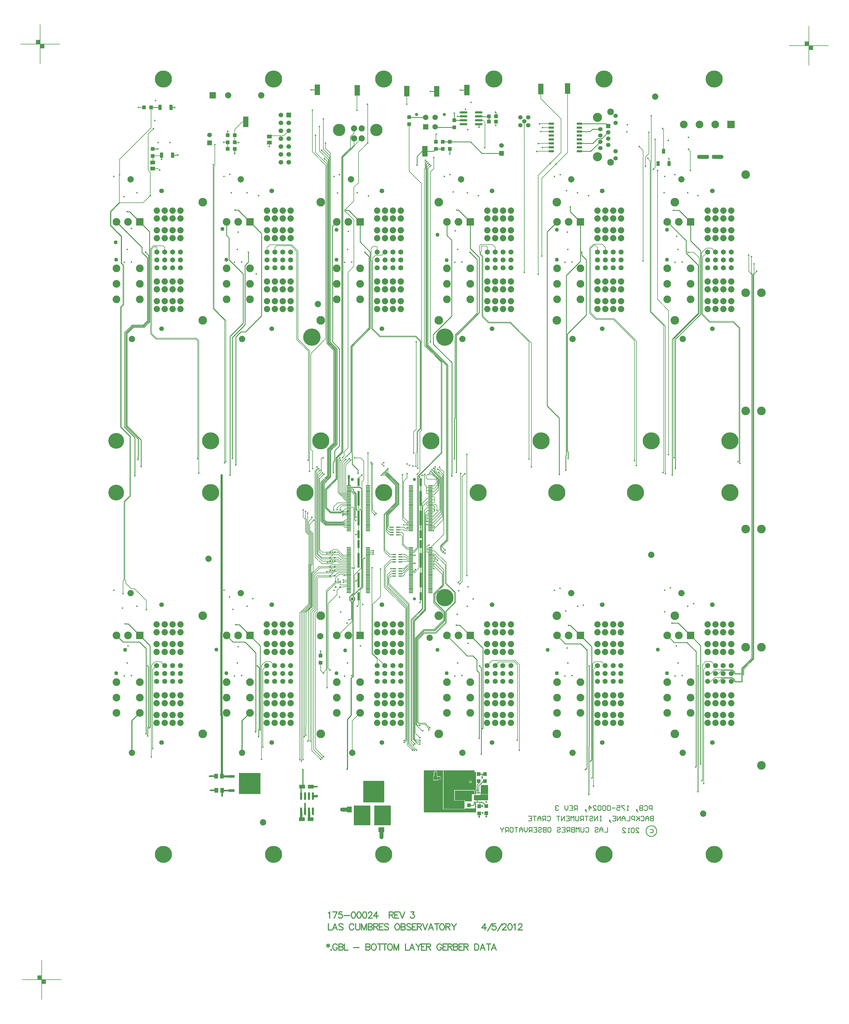
<source format=gbl>
%FSLAX23Y23*%
%MOIN*%
G70*
G01*
G75*
G04 Layer_Physical_Order=8*
G04 Layer_Color=16711680*
%ADD10C,0.010*%
%ADD11R,0.272X0.268*%
%ADD12R,0.075X0.037*%
%ADD13R,0.037X0.075*%
%ADD14R,0.268X0.272*%
%ADD15R,0.025X0.100*%
%ADD16R,0.057X0.012*%
%ADD17R,0.025X0.185*%
%ADD18R,0.020X0.020*%
%ADD19R,0.016X0.020*%
%ADD20R,0.070X0.135*%
%ADD21R,0.078X0.048*%
%ADD22R,0.075X0.063*%
%ADD23O,0.028X0.098*%
%ADD24R,0.045X0.017*%
%ADD25R,0.059X0.087*%
%ADD26R,0.126X0.060*%
%ADD27O,0.010X0.024*%
%ADD28R,0.094X0.065*%
%ADD29R,0.039X0.059*%
%ADD30R,0.040X0.067*%
%ADD31R,0.059X0.051*%
%ADD32R,0.070X0.025*%
%ADD33O,0.098X0.028*%
%ADD34R,0.050X0.050*%
%ADD35R,0.050X0.050*%
%ADD36R,0.051X0.059*%
%ADD37R,0.063X0.075*%
%ADD38C,0.008*%
%ADD39C,0.005*%
%ADD40C,0.025*%
%ADD41C,0.012*%
%ADD42C,0.020*%
%ADD43C,0.030*%
%ADD44C,0.050*%
%ADD45C,0.006*%
%ADD46C,0.012*%
%ADD47C,0.012*%
%ADD48C,0.079*%
%ADD49C,0.157*%
%ADD50C,0.020*%
%ADD51C,0.039*%
%ADD52C,0.220*%
%ADD53C,0.085*%
%ADD54C,0.055*%
%ADD55C,0.116*%
%ADD56R,0.055X0.055*%
%ADD57R,0.098X0.098*%
%ADD58C,0.098*%
%ADD59C,0.059*%
%ADD60C,0.080*%
%ADD61C,0.065*%
%ADD62C,0.055*%
%ADD63R,0.098X0.098*%
%ADD64R,0.059X0.059*%
%ADD65R,0.070X0.070*%
%ADD66C,0.070*%
%ADD67C,0.040*%
%ADD68R,0.079X0.079*%
%ADD69C,0.110*%
%ADD70C,0.217*%
%ADD71C,0.200*%
%ADD72C,0.026*%
%ADD73C,0.050*%
%ADD74C,0.024*%
%ADD75C,0.032*%
G36*
X33595Y18683D02*
Y18676D01*
X33597Y18673D01*
X33600Y18672D01*
X33869D01*
X33872Y18673D01*
X33873Y18676D01*
Y18683D01*
X34002D01*
Y18768D01*
X34014D01*
Y18633D01*
X33350D01*
Y18666D01*
Y19166D01*
X33595D01*
Y18683D01*
D02*
G37*
G36*
X33989Y18893D02*
X33990Y18892D01*
X33990Y18892D01*
X33990Y18891D01*
X33991Y18890D01*
X33991Y18890D01*
X33991Y18889D01*
X33994Y18888D01*
X33994Y18887D01*
Y18863D01*
X33962D01*
Y18773D01*
X33873D01*
Y18781D01*
X33872Y18784D01*
X33869Y18785D01*
X33744D01*
Y18908D01*
X33989D01*
Y18893D01*
D02*
G37*
G36*
X32670Y18469D02*
X32460D01*
Y18719D01*
X32670D01*
Y18469D01*
D02*
G37*
G36*
X32930D02*
X32720D01*
Y18719D01*
X32930D01*
Y18469D01*
D02*
G37*
G36*
X34074Y18859D02*
X34167D01*
Y18785D01*
X34067D01*
Y18857D01*
X34071Y18860D01*
X34074Y18859D01*
D02*
G37*
G36*
X33994Y19146D02*
X34015D01*
Y18929D01*
X34014Y18929D01*
X34011Y18924D01*
X34009Y18917D01*
X34011Y18911D01*
X34014Y18906D01*
X34015Y18905D01*
Y18864D01*
X34013Y18863D01*
Y18863D01*
X34013Y18863D01*
X34004D01*
X33999Y18867D01*
X33999Y18867D01*
X33999Y18871D01*
Y18884D01*
X33999Y18888D01*
X33997Y18891D01*
X33994Y18893D01*
Y18916D01*
X33991Y18914D01*
X33986D01*
X33984Y18916D01*
X33739D01*
Y18781D01*
X33869D01*
Y18676D01*
X33600D01*
Y19166D01*
X33994D01*
Y19146D01*
D02*
G37*
G36*
X34169Y18863D02*
X34074D01*
Y18978D01*
X34169D01*
Y18863D01*
D02*
G37*
%LPC*%
G36*
X33499Y19158D02*
X33491Y19156D01*
X33485Y19152D01*
X33481Y19146D01*
X33479Y19138D01*
Y19097D01*
X33470D01*
Y19039D01*
X33528D01*
Y19049D01*
X33554D01*
X33561Y19050D01*
X33567Y19055D01*
X33572Y19061D01*
X33573Y19068D01*
X33572Y19076D01*
X33567Y19082D01*
X33561Y19086D01*
X33554Y19088D01*
X33528D01*
Y19097D01*
X33518D01*
Y19138D01*
X33517Y19146D01*
X33513Y19152D01*
X33506Y19156D01*
X33499Y19158D01*
D02*
G37*
G36*
X33942Y19038D02*
X33936Y19036D01*
X33930Y19033D01*
X33927Y19028D01*
X33925Y19021D01*
X33927Y19015D01*
X33930Y19010D01*
X33936Y19006D01*
X33942Y19005D01*
X33948Y19006D01*
X33953Y19010D01*
X33957Y19015D01*
X33958Y19021D01*
X33957Y19028D01*
X33953Y19033D01*
X33948Y19036D01*
X33942Y19038D01*
D02*
G37*
%LPD*%
D10*
X36309Y18396D02*
X36308Y18406D01*
X36306Y18416D01*
X36302Y18425D01*
X36298Y18433D01*
X36292Y18441D01*
X36284Y18448D01*
X36276Y18454D01*
X36268Y18458D01*
X36258Y18462D01*
X36248Y18463D01*
X36239Y18464D01*
X36229Y18463D01*
X36219Y18460D01*
X36210Y18456D01*
X36201Y18451D01*
X36194Y18445D01*
X36187Y18437D01*
X36182Y18429D01*
X36178Y18420D01*
X36175Y18411D01*
X36173Y18401D01*
Y18391D01*
X36175Y18381D01*
X36178Y18372D01*
X36182Y18363D01*
X36187Y18355D01*
X36194Y18347D01*
X36201Y18341D01*
X36210Y18336D01*
X36219Y18332D01*
X36229Y18329D01*
X36239Y18328D01*
X36248Y18329D01*
X36258Y18330D01*
X36268Y18334D01*
X36276Y18338D01*
X36284Y18344D01*
X36292Y18351D01*
X36298Y18359D01*
X36302Y18367D01*
X36306Y18376D01*
X36308Y18386D01*
X36309Y18396D01*
X29905Y27054D02*
X29970D01*
X32037Y20678D02*
X32038Y20679D01*
X32037Y20623D02*
Y20678D01*
X30945Y26995D02*
X30946Y26996D01*
Y27055D01*
X32492Y22477D02*
X32497Y22471D01*
X35072Y22921D02*
Y23640D01*
X33705Y22905D02*
Y22939D01*
X35183Y23124D02*
Y23210D01*
X35174Y23219D02*
X35183Y23210D01*
X30919Y23125D02*
Y24661D01*
X30919Y23125D02*
X30919Y23125D01*
X29718Y23147D02*
X29722Y23151D01*
X29718Y23113D02*
Y23147D01*
X32198Y22946D02*
Y23076D01*
X29722Y23151D02*
Y23372D01*
X31919Y27806D02*
X31996D01*
X33815Y27801D02*
X33897D01*
X33433Y27784D02*
X33515D01*
X36807Y19210D02*
X36811Y19214D01*
Y20674D01*
X36695Y20790D02*
X36811Y20674D01*
X36532Y20790D02*
X36695D01*
X36445Y20878D02*
X36532Y20790D01*
X36834Y18895D02*
Y20492D01*
X36868Y19245D02*
X36869Y19246D01*
Y20749D01*
X36740Y20878D02*
X36869Y20749D01*
X35424Y19195D02*
Y20692D01*
X35343Y20773D02*
X35424Y20692D01*
X35404Y19175D02*
X35424Y19195D01*
X35423Y20691D02*
X35424Y20692D01*
X35149Y20773D02*
X35343D01*
X35045Y20878D02*
X35149Y20773D01*
X35448Y18858D02*
X35449Y18859D01*
Y19473D01*
X35451Y19475D01*
Y20491D01*
X35468Y19281D02*
X35483Y19296D01*
Y20735D01*
X35340Y20878D02*
X35483Y20735D01*
X34054Y19572D02*
X34055Y19573D01*
Y20404D01*
X34024Y20435D02*
X34055Y20404D01*
X34024Y20435D02*
Y20569D01*
X33973Y20620D02*
X34024Y20569D01*
X33902Y20620D02*
X33973D01*
X33645Y20878D02*
X33902Y20620D01*
X34080Y19372D02*
Y19705D01*
X34081Y19706D01*
Y20467D01*
X34056Y20492D02*
X34081Y20467D01*
X34099Y19697D02*
X34100Y19698D01*
Y20718D01*
X33940Y20878D02*
X34100Y20718D01*
X31212Y19657D02*
X31213Y19658D01*
Y20660D01*
X31076Y20797D02*
X31213Y20660D01*
X30925Y20797D02*
X31076D01*
X30845Y20878D02*
X30925Y20797D01*
X31252Y19592D02*
Y19688D01*
X31258Y19694D01*
Y20468D01*
X31235Y20491D02*
X31258Y20468D01*
X31271Y19680D02*
X31272Y19681D01*
Y20746D01*
X31140Y20878D02*
X31272Y20746D01*
X29820Y19630D02*
X29821Y19629D01*
X29820Y19630D02*
Y20711D01*
X29737Y20794D02*
X29820Y20711D01*
X29528Y20794D02*
X29737D01*
X29445Y20878D02*
X29528Y20794D01*
X29841Y19602D02*
X29842Y19603D01*
Y19713D01*
X29852Y19723D01*
Y20480D01*
X29840Y20492D02*
X29852Y20480D01*
X29861Y19705D02*
X29870Y19714D01*
Y20748D01*
X29740Y20878D02*
X29870Y20748D01*
X29678Y22907D02*
X29679Y22908D01*
X29549Y24724D02*
X29644Y24819D01*
X29783D01*
X29836Y24872D01*
Y25672D01*
X29767Y25741D02*
X29836Y25672D01*
X29767Y25741D02*
Y25807D01*
X29445Y26129D02*
X29767Y25807D01*
X29563Y24718D02*
X29650Y24805D01*
X29789D01*
X29850Y24866D01*
Y25707D01*
X29813Y25744D02*
X29850Y25707D01*
X29757Y23023D02*
Y23358D01*
X29577Y23538D02*
X29757Y23358D01*
X29577Y23538D02*
Y24712D01*
X29656Y24791D01*
X29795D01*
X29864Y24860D01*
Y26005D01*
X29740Y26129D02*
X29864Y26005D01*
X30888Y22912D02*
Y24677D01*
X31053Y24842D01*
Y25470D01*
X30874Y25649D02*
X31053Y25470D01*
X30874Y25649D02*
Y25928D01*
X30845Y25957D02*
X30874Y25928D01*
X30845Y25957D02*
Y26129D01*
X30919Y24661D02*
X31079Y24821D01*
Y25575D01*
X31122Y25618D01*
Y25741D01*
X30961Y23042D02*
Y24670D01*
X31023Y24732D01*
X31084D01*
X31288Y24936D01*
Y25981D01*
X31140Y26129D02*
X31288Y25981D01*
X32370Y23157D02*
X32424Y23211D01*
Y24553D01*
X32655Y24784D01*
Y25690D01*
X32602Y25743D02*
X32655Y25690D01*
X32515Y22934D02*
Y22978D01*
X32440Y23053D02*
X32515Y22978D01*
X32440Y23053D02*
Y23172D01*
X32438Y23174D02*
X32440Y23172D01*
X32438Y23174D02*
Y24547D01*
X32669Y24778D01*
Y25746D01*
X32540Y25875D02*
X32669Y25746D01*
X32540Y25875D02*
Y26129D01*
X33645Y25957D02*
X33703Y25899D01*
X33645Y25957D02*
Y26129D01*
X33739Y23123D02*
Y23627D01*
X33749Y23637D01*
Y24691D01*
X34028Y24970D01*
Y25651D01*
X33937Y25742D02*
X34028Y25651D01*
X33763Y22950D02*
Y24685D01*
X34054Y24976D01*
Y25679D01*
X33940Y25793D02*
X34054Y25679D01*
X33940Y25793D02*
Y26129D01*
X34919Y23793D02*
X35072Y23640D01*
X34919Y23793D02*
Y26003D01*
X35045Y26129D01*
X35155Y22974D02*
Y23161D01*
X35160Y23166D01*
Y25449D01*
X35340Y25629D01*
Y26129D01*
X35174Y23219D02*
Y24705D01*
X35414Y24945D01*
Y25650D01*
X35359Y25705D02*
X35414Y25650D01*
X35359Y25705D02*
Y25743D01*
X36508Y22914D02*
Y24638D01*
X36839Y24969D01*
Y25578D01*
X36683Y25733D02*
X36839Y25578D01*
X36549Y23000D02*
Y24640D01*
X36866Y24957D01*
Y25762D01*
X36740Y25888D02*
X36866Y25762D01*
X36740Y25888D02*
Y26129D01*
X32451Y22740D02*
X32458Y22733D01*
X32399Y22740D02*
X32451D01*
X29883Y27582D02*
X29884Y27581D01*
X29996D01*
X33590Y27144D02*
X33591Y27145D01*
X33680Y26989D02*
Y27054D01*
X35470Y27024D02*
X35593Y27147D01*
X35327Y27024D02*
X35470D01*
X35610Y27184D02*
X35693Y27267D01*
X35556Y27184D02*
X35610D01*
X35497Y27124D02*
X35556Y27184D01*
X35327Y27124D02*
X35497D01*
X35495Y27307D02*
X35593D01*
X35462Y27274D02*
X35495Y27307D01*
X35327Y27274D02*
X35462D01*
X35666Y27374D02*
X35693Y27347D01*
X35327Y27374D02*
X35666D01*
X33979Y18723D02*
X33990Y18735D01*
X33944Y18723D02*
X33979D01*
X34057Y18711D02*
X34061Y18716D01*
X34026Y18812D02*
X34035Y18820D01*
X34043Y18878D02*
X34047Y18881D01*
X34071Y18994D02*
X34078D01*
X34047Y18970D02*
X34071Y18994D01*
X34105Y19028D02*
X34129D01*
X34049Y19118D02*
X34090D01*
X34057Y18711D02*
X34093D01*
X34090Y19118D02*
X34129D01*
X34054Y18575D02*
Y18618D01*
X34144Y18579D02*
Y18623D01*
X33990Y18735D02*
Y18763D01*
X34026D02*
Y18812D01*
Y18917D02*
X34026Y18917D01*
X34078Y18994D02*
X34083Y19000D01*
Y19006D01*
X34026Y18978D02*
X34049Y19001D01*
Y19028D01*
X34026Y18917D02*
Y18978D01*
Y18878D02*
Y18917D01*
X34047Y18881D02*
Y18970D01*
X34090Y19071D02*
Y19118D01*
X34083Y19006D02*
X34105Y19028D01*
X34079Y18763D02*
X34094D01*
X34061Y18716D02*
Y18763D01*
X34094D02*
X34144Y18713D01*
X33472Y24575D02*
Y24700D01*
X33703Y24931D01*
Y25899D01*
X33705Y22939D02*
X33706Y22940D01*
Y24341D01*
X33472Y24575D02*
X33706Y24341D01*
X32278Y23284D02*
Y24517D01*
X32187Y25121D02*
X32191Y25116D01*
X32187Y25121D02*
Y25169D01*
X32191Y25173D01*
X32187Y25514D02*
X32191Y25510D01*
Y25173D02*
Y25313D01*
X32187Y25317D02*
X32191Y25313D01*
X32187Y25317D02*
Y25366D01*
X32191Y25370D01*
Y25510D01*
X32187Y25514D02*
Y26071D01*
X32245Y26129D01*
X32191Y24604D02*
X32278Y24517D01*
X32191Y24604D02*
Y25116D01*
X32216Y23094D02*
Y23222D01*
X32278Y23284D01*
X32198Y23076D02*
X32216Y23094D01*
X33189Y21795D02*
X33234D01*
X33234Y21795D01*
X33189Y21894D02*
X33238D01*
X33238Y21894D01*
X33138Y22248D02*
X33189D01*
X33136Y22246D02*
X33138Y22248D01*
X33311Y22253D02*
Y22369D01*
Y22619D01*
Y22826D01*
Y22162D02*
Y22253D01*
Y22253D02*
X33311Y22253D01*
X29563Y23531D02*
Y24718D01*
Y23531D02*
X29722Y23372D01*
X29549Y23523D02*
Y24724D01*
Y23523D02*
X29679Y23393D01*
Y22908D02*
Y23393D01*
X30158Y26977D02*
X30221D01*
X30223Y26979D01*
X30138Y27581D02*
X30183D01*
X30184Y27582D01*
X32458Y22710D02*
Y22733D01*
Y22710D02*
X32492Y22676D01*
Y22477D02*
Y22676D01*
X33591Y27145D02*
X33943D01*
X34088Y27000D01*
X34337D01*
X34176Y27403D02*
Y27467D01*
X34048D02*
X34176D01*
X34047Y27468D02*
X34048Y27467D01*
X33782Y27468D02*
X33855D01*
X33781Y27469D02*
X33782Y27468D01*
X33740Y27418D02*
X33855D01*
X33738Y27420D02*
X33740Y27418D01*
X33738Y27420D02*
Y27510D01*
X34260Y27523D02*
X34267Y27516D01*
Y27468D02*
Y27516D01*
X33493Y27337D02*
X33500Y27330D01*
X33164Y27458D02*
X33167Y27455D01*
X34050Y27329D02*
Y27365D01*
X34047Y27368D02*
X34050Y27365D01*
X33167Y27455D02*
X33375D01*
X33328Y27024D02*
X33365D01*
X33263Y26850D02*
Y26959D01*
X33328Y27024D01*
X33475D02*
X33505Y27054D01*
X33500Y27330D02*
X33738D01*
X33365Y27024D02*
X33475D01*
X33505Y27054D02*
X33590D01*
X36683Y25733D02*
Y25891D01*
X36445Y26129D02*
X36683Y25891D01*
X33189Y21697D02*
X33226D01*
X33244Y21715D01*
X29610Y26259D02*
X29740Y26129D01*
X29580Y26259D02*
X29610D01*
X30990Y26279D02*
X31140Y26129D01*
X30950Y26279D02*
X30990D01*
X32395Y26274D02*
X32540Y26129D01*
X32360Y26274D02*
X32395D01*
X33790Y26279D02*
X33940Y26129D01*
X33770Y26279D02*
X33790D01*
X35210Y26259D02*
X35340Y26129D01*
X35210Y26259D02*
Y26319D01*
X36595Y26274D02*
X36740Y26129D01*
X36520Y26274D02*
X36595D01*
X36584Y21034D02*
X36740Y20878D01*
X36505Y21034D02*
X36584D01*
X35214Y21004D02*
X35340Y20878D01*
X35190Y21004D02*
X35214D01*
X33809Y21009D02*
X33940Y20878D01*
X33765Y21009D02*
X33809D01*
X31004Y21014D02*
X31140Y20878D01*
X30960Y21014D02*
X31004D01*
X29594Y21024D02*
X29740Y20878D01*
X29555Y21024D02*
X29594D01*
X36251Y18659D02*
Y18719D01*
X36221D01*
X36211Y18709D01*
Y18689D01*
X36221Y18679D01*
X36251D01*
X36151Y18709D02*
X36161Y18719D01*
X36181D01*
X36191Y18709D01*
Y18669D01*
X36181Y18659D01*
X36161D01*
X36151Y18669D01*
X36131Y18719D02*
Y18659D01*
X36101D01*
X36091Y18669D01*
Y18679D01*
X36101Y18689D01*
X36131D01*
X36101D01*
X36091Y18699D01*
Y18709D01*
X36101Y18719D01*
X36131D01*
X36061Y18649D02*
X36051Y18659D01*
Y18669D01*
X36061D01*
Y18659D01*
X36051D01*
X36061Y18649D01*
X36071Y18639D01*
X35951Y18659D02*
X35931D01*
X35941D01*
Y18719D01*
X35951Y18709D01*
X35901Y18719D02*
X35861D01*
Y18709D01*
X35901Y18669D01*
Y18659D01*
X35801Y18719D02*
X35841D01*
Y18689D01*
X35821Y18699D01*
X35811D01*
X35801Y18689D01*
Y18669D01*
X35811Y18659D01*
X35831D01*
X35841Y18669D01*
X35781Y18689D02*
X35741D01*
X35721Y18709D02*
X35711Y18719D01*
X35691D01*
X35681Y18709D01*
Y18669D01*
X35691Y18659D01*
X35711D01*
X35721Y18669D01*
Y18709D01*
X35661D02*
X35651Y18719D01*
X35631D01*
X35621Y18709D01*
Y18669D01*
X35631Y18659D01*
X35651D01*
X35661Y18669D01*
Y18709D01*
X35601D02*
X35591Y18719D01*
X35571D01*
X35561Y18709D01*
Y18669D01*
X35571Y18659D01*
X35591D01*
X35601Y18669D01*
Y18709D01*
X35501Y18659D02*
X35541D01*
X35501Y18699D01*
Y18709D01*
X35511Y18719D01*
X35531D01*
X35541Y18709D01*
X35451Y18659D02*
Y18719D01*
X35481Y18689D01*
X35441D01*
X35411Y18649D02*
X35401Y18659D01*
Y18669D01*
X35411D01*
Y18659D01*
X35401D01*
X35411Y18649D01*
X35421Y18639D01*
X35301Y18659D02*
Y18719D01*
X35271D01*
X35261Y18709D01*
Y18689D01*
X35271Y18679D01*
X35301D01*
X35281D02*
X35261Y18659D01*
X35201Y18719D02*
X35241D01*
Y18659D01*
X35201D01*
X35241Y18689D02*
X35221D01*
X35181Y18719D02*
Y18679D01*
X35161Y18659D01*
X35141Y18679D01*
Y18719D01*
X35061Y18709D02*
X35051Y18719D01*
X35031D01*
X35021Y18709D01*
Y18699D01*
X35031Y18689D01*
X35041D01*
X35031D01*
X35021Y18679D01*
Y18669D01*
X35031Y18659D01*
X35051D01*
X35061Y18669D01*
X36268Y18586D02*
Y18526D01*
X36238D01*
X36228Y18536D01*
Y18546D01*
X36238Y18556D01*
X36268D01*
X36238D01*
X36228Y18566D01*
Y18576D01*
X36238Y18586D01*
X36268D01*
X36208Y18526D02*
Y18566D01*
X36188Y18586D01*
X36168Y18566D01*
Y18526D01*
Y18556D01*
X36208D01*
X36108Y18576D02*
X36118Y18586D01*
X36138D01*
X36148Y18576D01*
Y18536D01*
X36138Y18526D01*
X36118D01*
X36108Y18536D01*
X36088Y18586D02*
Y18526D01*
Y18546D01*
X36048Y18586D01*
X36078Y18556D01*
X36048Y18526D01*
X36028D02*
Y18586D01*
X35998D01*
X35988Y18576D01*
Y18556D01*
X35998Y18546D01*
X36028D01*
X35968Y18586D02*
Y18526D01*
X35928D01*
X35908D02*
Y18566D01*
X35888Y18586D01*
X35868Y18566D01*
Y18526D01*
Y18556D01*
X35908D01*
X35848Y18526D02*
Y18586D01*
X35808Y18526D01*
Y18586D01*
X35748D02*
X35788D01*
Y18526D01*
X35748D01*
X35788Y18556D02*
X35768D01*
X35718Y18516D02*
X35708Y18526D01*
Y18536D01*
X35718D01*
Y18526D01*
X35708D01*
X35718Y18516D01*
X35728Y18506D01*
X35608Y18586D02*
X35588D01*
X35598D01*
Y18526D01*
X35608D01*
X35588D01*
X35558D02*
Y18586D01*
X35518Y18526D01*
Y18586D01*
X35458Y18576D02*
X35468Y18586D01*
X35488D01*
X35498Y18576D01*
Y18566D01*
X35488Y18556D01*
X35468D01*
X35458Y18546D01*
Y18536D01*
X35468Y18526D01*
X35488D01*
X35498Y18536D01*
X35438Y18586D02*
X35398D01*
X35418D01*
Y18526D01*
X35378D02*
Y18586D01*
X35348D01*
X35338Y18576D01*
Y18556D01*
X35348Y18546D01*
X35378D01*
X35358D02*
X35338Y18526D01*
X35318Y18586D02*
Y18536D01*
X35308Y18526D01*
X35288D01*
X35278Y18536D01*
Y18586D01*
X35258Y18526D02*
Y18586D01*
X35238Y18566D01*
X35218Y18586D01*
Y18526D01*
X35158Y18586D02*
X35198D01*
Y18526D01*
X35158D01*
X35198Y18556D02*
X35178D01*
X35138Y18526D02*
Y18586D01*
X35098Y18526D01*
Y18586D01*
X35078D02*
X35038D01*
X35058D01*
Y18526D01*
X34918Y18576D02*
X34928Y18586D01*
X34948D01*
X34958Y18576D01*
Y18536D01*
X34948Y18526D01*
X34928D01*
X34918Y18536D01*
X34898Y18526D02*
Y18586D01*
X34868D01*
X34858Y18576D01*
Y18556D01*
X34868Y18546D01*
X34898D01*
X34878D02*
X34858Y18526D01*
X34838D02*
Y18566D01*
X34818Y18586D01*
X34798Y18566D01*
Y18526D01*
Y18556D01*
X34838D01*
X34778Y18586D02*
X34738D01*
X34758D01*
Y18526D01*
X34679Y18586D02*
X34719D01*
Y18526D01*
X34679D01*
X34719Y18556D02*
X34699D01*
X36223Y18416D02*
X36253D01*
X36263Y18406D01*
Y18386D01*
X36253Y18376D01*
X36223D01*
X36043D02*
X36083D01*
X36043Y18416D01*
Y18426D01*
X36053Y18436D01*
X36073D01*
X36083Y18426D01*
X36023D02*
X36013Y18436D01*
X35993D01*
X35983Y18426D01*
Y18386D01*
X35993Y18376D01*
X36013D01*
X36023Y18386D01*
Y18426D01*
X35963Y18376D02*
X35943D01*
X35953D01*
Y18436D01*
X35963Y18426D01*
X35873Y18376D02*
X35913D01*
X35873Y18416D01*
Y18426D01*
X35883Y18436D01*
X35903D01*
X35913Y18426D01*
X35683Y18441D02*
Y18381D01*
X35643D01*
X35623D02*
Y18421D01*
X35603Y18441D01*
X35583Y18421D01*
Y18381D01*
Y18411D01*
X35623D01*
X35523Y18431D02*
X35533Y18441D01*
X35553D01*
X35563Y18431D01*
Y18421D01*
X35553Y18411D01*
X35533D01*
X35523Y18401D01*
Y18391D01*
X35533Y18381D01*
X35553D01*
X35563Y18391D01*
X35403Y18431D02*
X35413Y18441D01*
X35433D01*
X35443Y18431D01*
Y18391D01*
X35433Y18381D01*
X35413D01*
X35403Y18391D01*
X35383Y18441D02*
Y18391D01*
X35373Y18381D01*
X35353D01*
X35343Y18391D01*
Y18441D01*
X35323Y18381D02*
Y18441D01*
X35303Y18421D01*
X35283Y18441D01*
Y18381D01*
X35263Y18441D02*
Y18381D01*
X35233D01*
X35223Y18391D01*
Y18401D01*
X35233Y18411D01*
X35263D01*
X35233D01*
X35223Y18421D01*
Y18431D01*
X35233Y18441D01*
X35263D01*
X35203Y18381D02*
Y18441D01*
X35173D01*
X35163Y18431D01*
Y18411D01*
X35173Y18401D01*
X35203D01*
X35183D02*
X35163Y18381D01*
X35103Y18441D02*
X35143D01*
Y18381D01*
X35103D01*
X35143Y18411D02*
X35123D01*
X35043Y18431D02*
X35053Y18441D01*
X35073D01*
X35083Y18431D01*
Y18421D01*
X35073Y18411D01*
X35053D01*
X35043Y18401D01*
Y18391D01*
X35053Y18381D01*
X35073D01*
X35083Y18391D01*
X34933Y18441D02*
X34953D01*
X34963Y18431D01*
Y18391D01*
X34953Y18381D01*
X34933D01*
X34923Y18391D01*
Y18431D01*
X34933Y18441D01*
X34903D02*
Y18381D01*
X34873D01*
X34863Y18391D01*
Y18401D01*
X34873Y18411D01*
X34903D01*
X34873D01*
X34863Y18421D01*
Y18431D01*
X34873Y18441D01*
X34903D01*
X34803Y18431D02*
X34813Y18441D01*
X34833D01*
X34843Y18431D01*
Y18421D01*
X34833Y18411D01*
X34813D01*
X34803Y18401D01*
Y18391D01*
X34813Y18381D01*
X34833D01*
X34843Y18391D01*
X34743Y18441D02*
X34783D01*
Y18381D01*
X34743D01*
X34783Y18411D02*
X34763D01*
X34723Y18381D02*
Y18441D01*
X34693D01*
X34683Y18431D01*
Y18411D01*
X34693Y18401D01*
X34723D01*
X34703D02*
X34683Y18381D01*
X34663Y18441D02*
Y18401D01*
X34643Y18381D01*
X34623Y18401D01*
Y18441D01*
X34603Y18381D02*
Y18421D01*
X34583Y18441D01*
X34563Y18421D01*
Y18381D01*
Y18411D01*
X34603D01*
X34543Y18441D02*
X34503D01*
X34523D01*
Y18381D01*
X34453Y18441D02*
X34473D01*
X34483Y18431D01*
Y18391D01*
X34473Y18381D01*
X34453D01*
X34443Y18391D01*
Y18431D01*
X34453Y18441D01*
X34423Y18381D02*
Y18441D01*
X34393D01*
X34383Y18431D01*
Y18411D01*
X34393Y18401D01*
X34423D01*
X34403D02*
X34383Y18381D01*
X34363Y18441D02*
Y18431D01*
X34343Y18411D01*
X34323Y18431D01*
Y18441D01*
X34343Y18411D02*
Y18381D01*
D11*
X31137Y19000D02*
D03*
D12*
X30907Y19090D02*
D03*
Y18910D02*
D03*
D13*
X32805Y18667D02*
D03*
X32626D02*
D03*
D14*
X32715Y18897D02*
D03*
D15*
X32521Y22039D02*
D03*
Y22162D02*
D03*
Y22826D02*
D03*
X32521Y21374D02*
D03*
X33311Y22039D02*
D03*
Y22162D02*
D03*
Y22826D02*
D03*
Y21374D02*
D03*
D16*
X32399Y22779D02*
D03*
Y22760D02*
D03*
Y22740D02*
D03*
Y22720D02*
D03*
Y22701D02*
D03*
Y22681D02*
D03*
Y22661D02*
D03*
Y22642D02*
D03*
Y22622D02*
D03*
Y22602D02*
D03*
Y22583D02*
D03*
Y22563D02*
D03*
Y22543D02*
D03*
Y22524D02*
D03*
Y22504D02*
D03*
Y22484D02*
D03*
Y22464D02*
D03*
Y22445D02*
D03*
Y22425D02*
D03*
Y22405D02*
D03*
Y22386D02*
D03*
Y22366D02*
D03*
Y22346D02*
D03*
Y22327D02*
D03*
Y22307D02*
D03*
Y22287D02*
D03*
Y22268D02*
D03*
Y22248D02*
D03*
Y22228D02*
D03*
Y22209D02*
D03*
Y21992D02*
D03*
Y21972D02*
D03*
Y21953D02*
D03*
Y21933D02*
D03*
Y21913D02*
D03*
Y21894D02*
D03*
Y21874D02*
D03*
Y21854D02*
D03*
Y21835D02*
D03*
Y21815D02*
D03*
Y21795D02*
D03*
Y21775D02*
D03*
Y21756D02*
D03*
Y21736D02*
D03*
Y21716D02*
D03*
Y21697D02*
D03*
Y21677D02*
D03*
Y21657D02*
D03*
Y21638D02*
D03*
X32399Y21618D02*
D03*
X32399Y21598D02*
D03*
Y21579D02*
D03*
Y21559D02*
D03*
Y21539D02*
D03*
Y21520D02*
D03*
Y21500D02*
D03*
Y21480D02*
D03*
Y21461D02*
D03*
Y21441D02*
D03*
Y21421D02*
D03*
X32642Y22779D02*
D03*
X32642Y22760D02*
D03*
X32642Y22740D02*
D03*
Y22720D02*
D03*
X32642Y22701D02*
D03*
X32642Y22681D02*
D03*
Y22661D02*
D03*
Y22642D02*
D03*
Y22622D02*
D03*
Y22602D02*
D03*
Y22583D02*
D03*
Y22563D02*
D03*
Y22543D02*
D03*
Y22524D02*
D03*
Y22504D02*
D03*
Y22484D02*
D03*
Y22464D02*
D03*
Y22445D02*
D03*
Y22425D02*
D03*
Y22405D02*
D03*
Y22386D02*
D03*
Y22366D02*
D03*
X32642Y22346D02*
D03*
X32642Y22327D02*
D03*
X32642Y22307D02*
D03*
Y22287D02*
D03*
X32642Y22268D02*
D03*
Y22248D02*
D03*
Y22228D02*
D03*
Y22209D02*
D03*
Y21992D02*
D03*
Y21972D02*
D03*
Y21953D02*
D03*
Y21933D02*
D03*
Y21913D02*
D03*
X32642Y21894D02*
D03*
X32642Y21874D02*
D03*
Y21854D02*
D03*
Y21835D02*
D03*
Y21815D02*
D03*
Y21795D02*
D03*
Y21775D02*
D03*
Y21756D02*
D03*
Y21736D02*
D03*
Y21716D02*
D03*
Y21697D02*
D03*
Y21677D02*
D03*
Y21657D02*
D03*
Y21638D02*
D03*
Y21618D02*
D03*
Y21598D02*
D03*
Y21579D02*
D03*
Y21559D02*
D03*
Y21539D02*
D03*
Y21520D02*
D03*
Y21500D02*
D03*
X32642Y21480D02*
D03*
X32642Y21461D02*
D03*
Y21441D02*
D03*
X32642Y21421D02*
D03*
X33189Y22779D02*
D03*
Y22760D02*
D03*
X33189Y22740D02*
D03*
Y22720D02*
D03*
X33189Y22701D02*
D03*
Y22681D02*
D03*
Y22661D02*
D03*
Y22642D02*
D03*
Y22622D02*
D03*
Y22602D02*
D03*
Y22583D02*
D03*
Y22563D02*
D03*
Y22543D02*
D03*
Y22524D02*
D03*
Y22504D02*
D03*
Y22484D02*
D03*
Y22464D02*
D03*
Y22445D02*
D03*
Y22425D02*
D03*
Y22405D02*
D03*
Y22386D02*
D03*
Y22366D02*
D03*
Y22346D02*
D03*
X33189Y22327D02*
D03*
X33189Y22307D02*
D03*
Y22287D02*
D03*
Y22268D02*
D03*
Y22248D02*
D03*
Y22228D02*
D03*
Y22209D02*
D03*
Y21992D02*
D03*
Y21972D02*
D03*
X33189Y21953D02*
D03*
Y21933D02*
D03*
X33189Y21913D02*
D03*
Y21894D02*
D03*
Y21874D02*
D03*
X33189Y21854D02*
D03*
X33189Y21835D02*
D03*
Y21815D02*
D03*
Y21795D02*
D03*
Y21775D02*
D03*
Y21756D02*
D03*
Y21736D02*
D03*
Y21716D02*
D03*
Y21697D02*
D03*
Y21677D02*
D03*
Y21657D02*
D03*
Y21638D02*
D03*
Y21618D02*
D03*
Y21598D02*
D03*
Y21579D02*
D03*
Y21559D02*
D03*
X33189Y21539D02*
D03*
X33189Y21520D02*
D03*
Y21500D02*
D03*
Y21480D02*
D03*
Y21461D02*
D03*
Y21441D02*
D03*
Y21421D02*
D03*
X33433Y22779D02*
D03*
Y22760D02*
D03*
Y22740D02*
D03*
Y22720D02*
D03*
Y22701D02*
D03*
Y22681D02*
D03*
Y22661D02*
D03*
Y22642D02*
D03*
Y22622D02*
D03*
Y22602D02*
D03*
Y22583D02*
D03*
Y22563D02*
D03*
Y22543D02*
D03*
Y22524D02*
D03*
Y22504D02*
D03*
Y22484D02*
D03*
Y22464D02*
D03*
Y22445D02*
D03*
Y22425D02*
D03*
Y22405D02*
D03*
Y22386D02*
D03*
Y22366D02*
D03*
Y22346D02*
D03*
Y22327D02*
D03*
Y22307D02*
D03*
Y22287D02*
D03*
Y22268D02*
D03*
Y22248D02*
D03*
Y22228D02*
D03*
Y22209D02*
D03*
Y21992D02*
D03*
Y21972D02*
D03*
Y21953D02*
D03*
Y21933D02*
D03*
Y21913D02*
D03*
Y21894D02*
D03*
Y21874D02*
D03*
Y21854D02*
D03*
Y21835D02*
D03*
Y21815D02*
D03*
Y21795D02*
D03*
Y21775D02*
D03*
Y21756D02*
D03*
Y21736D02*
D03*
Y21716D02*
D03*
Y21697D02*
D03*
Y21677D02*
D03*
Y21657D02*
D03*
Y21638D02*
D03*
X33433Y21618D02*
D03*
X33433Y21598D02*
D03*
Y21579D02*
D03*
Y21559D02*
D03*
Y21539D02*
D03*
Y21520D02*
D03*
Y21500D02*
D03*
Y21480D02*
D03*
Y21461D02*
D03*
Y21441D02*
D03*
Y21421D02*
D03*
D17*
X32521Y22619D02*
D03*
Y22369D02*
D03*
Y21582D02*
D03*
Y21832D02*
D03*
X33311Y22619D02*
D03*
Y22369D02*
D03*
Y21582D02*
D03*
Y21832D02*
D03*
D18*
X32230Y21491D02*
D03*
X32289D02*
D03*
Y21562D02*
D03*
X32230D02*
D03*
X32160Y21866D02*
D03*
X32219D02*
D03*
Y21937D02*
D03*
X32160D02*
D03*
Y21636D02*
D03*
X32219D02*
D03*
Y21707D02*
D03*
X32160D02*
D03*
Y21751D02*
D03*
X32219D02*
D03*
Y21822D02*
D03*
X32160D02*
D03*
D19*
X32260Y21562D02*
D03*
X32190Y21937D02*
D03*
Y21707D02*
D03*
Y21822D02*
D03*
D20*
X32503Y27799D02*
D03*
X35179Y27823D02*
D03*
X34837Y27816D02*
D03*
X33897Y27801D02*
D03*
X31088Y27400D02*
D03*
X33365Y27024D02*
D03*
X33515Y27784D02*
D03*
X33134Y27788D02*
D03*
X31996Y27806D02*
D03*
D21*
X31805Y18959D02*
D03*
X31915D02*
D03*
X31800Y18544D02*
D03*
X31910D02*
D03*
D22*
X32810Y18521D02*
D03*
Y18411D02*
D03*
D23*
X31790Y18840D02*
D03*
X31840D02*
D03*
X31890D02*
D03*
X31940D02*
D03*
X31790Y18647D02*
D03*
X31840D02*
D03*
X31890D02*
D03*
X31940D02*
D03*
D24*
X33021Y22157D02*
D03*
Y22188D02*
D03*
Y22220D02*
D03*
Y22251D02*
D03*
X32944D02*
D03*
Y22220D02*
D03*
Y22188D02*
D03*
Y22157D02*
D03*
X33051Y21632D02*
D03*
Y21663D02*
D03*
Y21695D02*
D03*
Y21726D02*
D03*
X32974D02*
D03*
Y21695D02*
D03*
Y21663D02*
D03*
Y21632D02*
D03*
X33051Y21812D02*
D03*
Y21843D02*
D03*
Y21875D02*
D03*
Y21906D02*
D03*
X32974D02*
D03*
Y21875D02*
D03*
Y21843D02*
D03*
Y21812D02*
D03*
D25*
X33650Y18873D02*
D03*
X33398D02*
D03*
D26*
X33815Y19088D02*
D03*
Y18845D02*
D03*
D27*
X34079Y18878D02*
D03*
X34061D02*
D03*
X34079Y18763D02*
D03*
X34061D02*
D03*
X34043D02*
D03*
X34026D02*
D03*
X34008D02*
D03*
X33990D02*
D03*
Y18878D02*
D03*
X34008D02*
D03*
X34026D02*
D03*
X34043D02*
D03*
D28*
X34035Y18820D02*
D03*
D29*
X36466Y26870D02*
D03*
X36397Y27024D02*
D03*
X36328Y26870D02*
D03*
D30*
X30016Y26977D02*
D03*
X30158D02*
D03*
X29996Y27581D02*
D03*
X30138D02*
D03*
D31*
X29905Y26881D02*
D03*
Y26807D02*
D03*
X31386Y27211D02*
D03*
Y27137D02*
D03*
D32*
X35327Y27374D02*
D03*
Y27324D02*
D03*
Y27274D02*
D03*
Y27224D02*
D03*
Y27174D02*
D03*
Y27124D02*
D03*
Y27074D02*
D03*
Y27024D02*
D03*
X34972D02*
D03*
Y27074D02*
D03*
Y27124D02*
D03*
Y27174D02*
D03*
Y27224D02*
D03*
Y27274D02*
D03*
Y27324D02*
D03*
Y27374D02*
D03*
D33*
X34047Y27518D02*
D03*
Y27468D02*
D03*
Y27418D02*
D03*
Y27368D02*
D03*
X33855Y27518D02*
D03*
Y27468D02*
D03*
Y27418D02*
D03*
Y27368D02*
D03*
D34*
X33164Y27458D02*
D03*
Y27368D02*
D03*
X33738Y27420D02*
D03*
Y27330D02*
D03*
X33590Y27144D02*
D03*
Y27054D02*
D03*
X33680D02*
D03*
Y27144D02*
D03*
X33505Y27054D02*
D03*
Y27144D02*
D03*
X34134Y18828D02*
D03*
Y18918D02*
D03*
X34144Y18623D02*
D03*
Y18713D02*
D03*
X34054Y18708D02*
D03*
Y18618D02*
D03*
X34129Y19118D02*
D03*
Y19028D02*
D03*
X34049Y19118D02*
D03*
Y19028D02*
D03*
X29905Y27054D02*
D03*
Y26964D02*
D03*
X32037Y20533D02*
D03*
Y20623D02*
D03*
D35*
X34176Y27403D02*
D03*
X34266D02*
D03*
X34267Y27468D02*
D03*
X34177D02*
D03*
X30856Y27140D02*
D03*
X30946D02*
D03*
Y27055D02*
D03*
X30856D02*
D03*
X30946Y27230D02*
D03*
X30856D02*
D03*
X33499Y19068D02*
D03*
X33409D02*
D03*
X33834Y18723D02*
D03*
X33924D02*
D03*
X29883Y27582D02*
D03*
X29793D02*
D03*
X37037Y26956D02*
D03*
X36947D02*
D03*
D36*
X30784Y19091D02*
D03*
X30710D02*
D03*
X30787Y18911D02*
D03*
X30713D02*
D03*
D37*
X32514Y18668D02*
D03*
X32404D02*
D03*
D38*
X29972Y26807D02*
X29995Y26784D01*
X29905Y26807D02*
X29972D01*
X30856Y27279D02*
X30857Y27280D01*
X30856Y27230D02*
Y27279D01*
X30627Y27232D02*
X30629Y27230D01*
X33506Y27232D02*
Y27243D01*
X33505Y27231D02*
X33506Y27232D01*
X33505Y27144D02*
Y27231D01*
X33474Y22484D02*
X33488Y22470D01*
X33433Y22484D02*
X33474D01*
X33124Y22228D02*
X33189D01*
X33102Y22251D02*
X33124Y22228D01*
X33021Y22251D02*
X33102D01*
X33111Y22209D02*
X33189D01*
X33100Y22220D02*
X33111Y22209D01*
X33021Y22220D02*
X33100D01*
X33136Y21992D02*
X33189D01*
X33091Y22037D02*
X33136Y21992D01*
X33091Y22037D02*
Y22166D01*
X33069Y22188D02*
X33091Y22166D01*
X33021Y22188D02*
X33069D01*
X33139Y21972D02*
X33189D01*
X33079Y22032D02*
X33139Y21972D01*
X33079Y22032D02*
Y22136D01*
X33057Y22158D02*
X33079Y22136D01*
X33022Y22158D02*
X33057D01*
X33021Y22157D02*
X33022Y22158D01*
X33149Y21874D02*
X33189D01*
X33115Y21908D02*
X33149Y21874D01*
X33052Y21908D02*
X33115D01*
X33051Y21906D02*
X33052Y21908D01*
X33137Y21854D02*
X33189D01*
X33117Y21875D02*
X33137Y21854D01*
X33051Y21875D02*
X33117D01*
X33131Y21835D02*
X33189D01*
X33123Y21843D02*
X33131Y21835D01*
X33051Y21843D02*
X33123D01*
X33054Y21815D02*
X33189D01*
X33051Y21812D02*
X33054Y21815D01*
X33146Y21775D02*
X33189D01*
X33097Y21726D02*
X33146Y21775D01*
X33051Y21726D02*
X33097D01*
X33145Y21756D02*
X33189D01*
X33084Y21695D02*
X33145Y21756D01*
X33051Y21695D02*
X33084D01*
X33151Y21736D02*
X33189D01*
X33077Y21663D02*
X33151Y21736D01*
X33051Y21663D02*
X33077D01*
X33154Y21716D02*
X33189D01*
X33108Y21671D02*
X33154Y21716D01*
X33108Y21653D02*
Y21671D01*
X33087Y21632D02*
X33108Y21653D01*
X33051Y21632D02*
X33087D01*
X34266Y27354D02*
Y27403D01*
X34265Y27353D02*
X34266Y27354D01*
X36385Y27315D02*
X36397Y27303D01*
Y27024D02*
Y27303D01*
X36466Y26870D02*
Y26932D01*
X36465Y26933D02*
X36466Y26932D01*
X38265Y28339D02*
X38275D01*
Y28334D02*
Y28344D01*
X38265D02*
X38275D01*
X38265Y28334D02*
Y28344D01*
Y28334D02*
X38275D01*
X38280D02*
Y28349D01*
X38260D02*
X38280D01*
X38260Y28329D02*
Y28349D01*
Y28329D02*
X38280D01*
X38285D02*
Y28354D01*
X38255D02*
X38285D01*
X38255Y28324D02*
Y28354D01*
Y28324D02*
X38285D01*
X38290Y28319D02*
Y28359D01*
X38250D02*
X38290D01*
X38250Y28319D02*
Y28359D01*
Y28319D02*
X38290D01*
X38215Y28389D02*
X38225D01*
Y28384D02*
Y28394D01*
X38215D02*
X38225D01*
X38215Y28384D02*
Y28394D01*
Y28384D02*
X38225D01*
X38230D02*
Y28399D01*
X38210D02*
X38230D01*
X38210Y28379D02*
Y28399D01*
Y28379D02*
X38230D01*
X38235D02*
Y28404D01*
X38205D02*
X38235D01*
X38205Y28374D02*
Y28404D01*
Y28374D02*
X38235D01*
X38240Y28369D02*
Y28409D01*
X38200D02*
X38240D01*
X38200Y28369D02*
Y28409D01*
Y28369D02*
X38240D01*
X38195Y28414D02*
X38245D01*
X38195Y28364D02*
Y28414D01*
X38245Y28314D02*
X38295D01*
Y28364D01*
X38245Y28114D02*
Y28614D01*
X37995Y28364D02*
X38495D01*
X28495Y28359D02*
X28505D01*
Y28354D02*
Y28364D01*
X28495D02*
X28505D01*
X28495Y28354D02*
Y28364D01*
Y28354D02*
X28505D01*
X28510D02*
Y28369D01*
X28490D02*
X28510D01*
X28490Y28349D02*
Y28369D01*
Y28349D02*
X28510D01*
X28515D02*
Y28374D01*
X28485D02*
X28515D01*
X28485Y28344D02*
Y28374D01*
Y28344D02*
X28515D01*
X28520Y28339D02*
Y28379D01*
X28480D02*
X28520D01*
X28480Y28339D02*
Y28379D01*
Y28339D02*
X28520D01*
X28445Y28409D02*
X28455D01*
Y28404D02*
Y28414D01*
X28445D02*
X28455D01*
X28445Y28404D02*
Y28414D01*
Y28404D02*
X28455D01*
X28460D02*
Y28419D01*
X28440D02*
X28460D01*
X28440Y28399D02*
Y28419D01*
Y28399D02*
X28460D01*
X28465D02*
Y28424D01*
X28435D02*
X28465D01*
X28435Y28394D02*
Y28424D01*
Y28394D02*
X28465D01*
X28470Y28389D02*
Y28429D01*
X28430D02*
X28470D01*
X28430Y28389D02*
Y28429D01*
Y28389D02*
X28470D01*
X28425Y28434D02*
X28475D01*
X28425Y28384D02*
Y28434D01*
X28475Y28334D02*
X28525D01*
Y28384D01*
X28475Y28134D02*
Y28634D01*
X28225Y28384D02*
X28725D01*
X28515Y16484D02*
X28525D01*
Y16479D02*
Y16489D01*
X28515D02*
X28525D01*
X28515Y16479D02*
Y16489D01*
Y16479D02*
X28525D01*
X28530D02*
Y16494D01*
X28510D02*
X28530D01*
X28510Y16474D02*
Y16494D01*
Y16474D02*
X28530D01*
X28535D02*
Y16499D01*
X28505D02*
X28535D01*
X28505Y16469D02*
Y16499D01*
Y16469D02*
X28535D01*
X28540Y16464D02*
Y16504D01*
X28500D02*
X28540D01*
X28500Y16464D02*
Y16504D01*
Y16464D02*
X28540D01*
X28465Y16534D02*
X28475D01*
Y16529D02*
Y16539D01*
X28465D02*
X28475D01*
X28465Y16529D02*
Y16539D01*
Y16529D02*
X28475D01*
X28480D02*
Y16544D01*
X28460D02*
X28480D01*
X28460Y16524D02*
Y16544D01*
Y16524D02*
X28480D01*
X28485D02*
Y16549D01*
X28455D02*
X28485D01*
X28455Y16519D02*
Y16549D01*
Y16519D02*
X28485D01*
X28490Y16514D02*
Y16554D01*
X28450D02*
X28490D01*
X28450Y16514D02*
Y16554D01*
Y16514D02*
X28490D01*
X28445Y16559D02*
X28495D01*
X28445Y16509D02*
Y16559D01*
X28495Y16459D02*
X28545D01*
Y16509D01*
X28495Y16259D02*
Y16759D01*
X28245Y16509D02*
X28745D01*
D39*
X32037Y20435D02*
Y20533D01*
Y20435D02*
X32073Y20399D01*
X29847Y26784D02*
Y27245D01*
X29915Y27313D01*
X30007Y26968D02*
X30019Y26956D01*
Y26922D02*
Y26956D01*
X29907Y26968D02*
X30007D01*
X29907Y26893D02*
Y26968D01*
X30808Y27140D02*
X30856D01*
X30807Y27139D02*
X30808Y27140D01*
X30856Y27055D02*
Y27140D01*
X30946Y27230D02*
Y27302D01*
Y27140D02*
Y27230D01*
X31044Y27400D02*
X31088D01*
X30946Y27302D02*
X31044Y27400D01*
X30946Y27140D02*
X30950Y27136D01*
X30999D01*
X30693Y26842D02*
Y27108D01*
X30683Y26832D02*
X30693Y26842D01*
X36985Y24866D02*
X37283D01*
X37366Y24783D01*
Y23063D02*
Y24783D01*
X36893Y24958D02*
Y25684D01*
Y24958D02*
X36985Y24866D01*
X36893Y25684D02*
X36956Y25746D01*
X32255Y21822D02*
X32281Y21795D01*
X32219Y21822D02*
X32255D01*
X32281Y21795D02*
X32399D01*
X31990Y23018D02*
X31997Y23011D01*
X31990Y23018D02*
X31990D01*
X32216Y21822D02*
X32219D01*
X32183Y21788D02*
X32216Y21822D01*
X32056Y21788D02*
X32183D01*
X31997Y22994D02*
Y23011D01*
X31969Y22966D02*
X31997Y22994D01*
X31969Y21875D02*
X32056Y21788D01*
X31969Y21875D02*
Y22966D01*
X35529Y25832D02*
X35556Y25805D01*
Y25746D02*
Y25805D01*
X35766Y24901D02*
X36036Y24631D01*
X35544Y24901D02*
X35766D01*
X35512Y25832D02*
X35529D01*
X35471Y25791D02*
X35512Y25832D01*
X35471Y24974D02*
Y25791D01*
X35534Y25768D02*
X35556Y25746D01*
X35471Y24974D02*
X35544Y24901D01*
X36036Y24631D02*
X36051Y24616D01*
Y23037D02*
Y24616D01*
X36036Y24631D02*
Y24631D01*
X31981Y22236D02*
Y22961D01*
X32014Y22994D01*
X32180Y21842D02*
X32260D01*
X32287Y21815D01*
X32160Y21822D02*
X32180Y21842D01*
X32287Y21815D02*
X32399D01*
X31981Y21897D02*
Y22236D01*
X31978Y22233D02*
X31981Y22236D01*
X32056Y21822D02*
X32160D01*
X31981Y21897D02*
X32056Y21822D01*
X34143Y25821D02*
X34156Y25808D01*
Y25746D02*
Y25808D01*
X34088Y25821D02*
X34143D01*
X34176Y24856D02*
X34452D01*
X34101Y24931D02*
Y25694D01*
X34080Y25813D02*
X34088Y25821D01*
X34080Y25756D02*
Y25813D01*
X34075Y25751D02*
X34080Y25756D01*
X34075Y25720D02*
X34101Y25694D01*
X34075Y25720D02*
Y25751D01*
X34696Y24612D02*
X34716Y24592D01*
Y23019D02*
Y24592D01*
X34696Y24612D02*
Y24612D01*
X34101Y24931D02*
X34176Y24856D01*
X34452D02*
X34696Y24612D01*
X32219Y21866D02*
X32271D01*
X31993Y21912D02*
Y22939D01*
X32031Y22977D01*
X32271Y21866D02*
X32302Y21835D01*
X32191Y21866D02*
X32219D01*
X32302Y21835D02*
X32399D01*
X32052Y21854D02*
X32056Y21849D01*
X32175D02*
X32191Y21866D01*
X31993Y21912D02*
X32051Y21854D01*
X32056Y21849D02*
X32175D01*
X32051Y21854D02*
X32052D01*
X33392Y22327D02*
X33433D01*
X33390Y22287D02*
X33433D01*
X33488Y22458D02*
Y22470D01*
X32205Y22472D02*
Y22511D01*
X32257Y22563D01*
X32248Y22495D02*
X32296Y22543D01*
X32248Y22474D02*
Y22495D01*
X32287Y22471D02*
Y22497D01*
X32313Y22524D01*
X32300Y22431D02*
X32313Y22444D01*
X32309Y22453D02*
X32364D01*
X32327Y22444D02*
X32340Y22431D01*
X32330Y22462D02*
X32352Y22484D01*
X32306Y22462D02*
X32330D01*
X32293Y22449D02*
X32306Y22462D01*
X32171Y22449D02*
X32293D01*
X32297Y22440D02*
X32309Y22453D01*
X32313Y22444D02*
X32327D01*
X32117Y22503D02*
X32171Y22449D01*
X32104Y22490D02*
X32164Y22431D01*
X32327Y22420D02*
X32394D01*
X32399Y22425D01*
X32361Y22431D02*
X32368Y22438D01*
X32164Y22431D02*
X32300D01*
X32340D02*
X32361D01*
X32167Y22440D02*
X32297D01*
X32385Y22438D02*
X32392Y22445D01*
X32368Y22438D02*
X32385D01*
X32392Y22457D02*
X32399Y22464D01*
X32368Y22457D02*
X32392D01*
X32364Y22453D02*
X32368Y22457D01*
X32392Y22445D02*
X32399D01*
X32111Y22497D02*
X32167Y22440D01*
X32553Y21731D02*
Y22466D01*
X32542Y22476D02*
X32553Y22466D01*
X32468Y21647D02*
X32553Y21731D01*
X33519Y22468D02*
Y22525D01*
X33501Y22543D02*
X33519Y22525D01*
X33404Y22920D02*
X33461D01*
X33527Y22854D01*
X33423Y22940D02*
X33453D01*
X33536Y22858D01*
X33476Y22956D02*
X33555Y22877D01*
X33476Y22956D02*
Y22961D01*
X33555Y22477D02*
Y22877D01*
X33439Y22961D02*
X33445D01*
X33455Y22982D02*
X33476Y22961D01*
X33475Y23001D02*
X33485Y22991D01*
Y22960D02*
Y22991D01*
Y22960D02*
X33492Y22953D01*
X33565Y22447D02*
Y22880D01*
X33492Y22953D02*
X33565Y22880D01*
X33494Y22968D02*
X33575Y22887D01*
X33494Y22968D02*
Y23018D01*
X33328Y22911D02*
X33345D01*
X33362Y22894D01*
X33137Y22880D02*
Y22931D01*
X33091Y22834D02*
X33137Y22880D01*
X33079Y22831D02*
Y22918D01*
X33081Y22920D01*
X32549Y23131D02*
X32588Y23092D01*
X32470Y23131D02*
X32549D01*
X32319Y23072D02*
X32359Y23112D01*
X32279Y23097D02*
X32288Y23106D01*
X32260Y23108D02*
X32285Y23133D01*
X32318Y23134D02*
X32338Y23154D01*
X32279Y22691D02*
Y23097D01*
Y22691D02*
X32368Y22602D01*
X32048Y23132D02*
X32072D01*
X33079Y22831D02*
X33081Y22829D01*
X33384Y22874D02*
X33396Y22862D01*
X33384Y22874D02*
Y22899D01*
X33361Y22922D02*
X33384Y22899D01*
X33837Y22897D02*
X33873Y22933D01*
X36389Y22947D02*
X36401Y22959D01*
X33817Y22932D02*
X33821Y22936D01*
X33817Y21576D02*
Y22932D01*
X32588Y22854D02*
Y23092D01*
X32338Y23154D02*
Y23209D01*
X32387Y23258D01*
Y25489D01*
X33094Y22282D02*
X33134D01*
X33149Y22267D01*
X33134Y27624D02*
Y27788D01*
X33133Y27623D02*
X33134Y27624D01*
X32633Y27623D02*
X32639Y27617D01*
X32520Y26626D02*
Y27012D01*
X32387Y25489D02*
X32462Y25564D01*
X32565Y22831D02*
X32588Y22854D01*
X32565Y22736D02*
Y22831D01*
X32502Y27798D02*
X32503Y27799D01*
X32502Y27547D02*
Y27798D01*
X31933Y27018D02*
Y27547D01*
Y27018D02*
X32105Y26846D01*
Y24644D02*
Y26846D01*
X31915Y24454D02*
X32105Y24644D01*
X31915Y23240D02*
Y24454D01*
Y23240D02*
X31936Y23219D01*
Y22994D02*
Y23219D01*
X34803Y25465D02*
Y26719D01*
X35093Y27009D02*
Y27437D01*
X34837Y27693D02*
X35093Y27437D01*
X34837Y27693D02*
Y27816D01*
X34850Y25695D02*
Y26681D01*
X35179Y27010D02*
Y27823D01*
X37549Y25476D02*
Y25597D01*
X34626Y25489D02*
X34627Y25488D01*
X34626Y25489D02*
Y27405D01*
X37514Y25476D02*
Y25690D01*
X37480Y25501D02*
Y25708D01*
X37479Y25709D02*
X37480Y25708D01*
X37545Y20578D02*
Y25463D01*
X37417Y20450D02*
X37545Y20578D01*
X37417Y20384D02*
Y20450D01*
X37401Y20368D02*
X37417Y20384D01*
X37399Y20368D02*
X37401D01*
X37139Y20334D02*
X37272D01*
X37294Y20299D02*
Y20311D01*
X37272Y20334D02*
X37294Y20311D01*
X37399Y20291D02*
Y20368D01*
X37100Y20295D02*
X37139Y20334D01*
X37307Y20286D02*
X37394D01*
X37294Y20299D02*
X37307Y20286D01*
X37394D02*
X37399Y20291D01*
X37056Y20295D02*
X37100D01*
X37536Y20582D02*
Y25467D01*
X37408Y20454D02*
X37536Y20582D01*
X37408Y20388D02*
Y20454D01*
X37390Y20377D02*
X37397D01*
X37408Y20388D01*
X37275Y20343D02*
X37304Y20315D01*
X37048Y20343D02*
X37275D01*
X37390Y20295D02*
Y20377D01*
X37000Y20295D02*
X37048Y20343D01*
X37311Y20295D02*
X37390D01*
X37304Y20302D02*
Y20315D01*
Y20302D02*
X37311Y20295D01*
X36956D02*
X37000D01*
X37518Y20589D02*
Y25463D01*
X37390Y20461D02*
X37518Y20589D01*
X37048Y20443D02*
X37275D01*
X37390Y20395D02*
Y20461D01*
X37275Y20443D02*
X37304Y20415D01*
X37000Y20395D02*
X37048Y20443D01*
X37304Y20402D02*
Y20415D01*
X37311Y20395D02*
X37390D01*
X36956D02*
X37000D01*
X37304Y20402D02*
X37311Y20395D01*
X37399Y20457D02*
X37527Y20585D01*
X37272Y20434D02*
X37294Y20411D01*
X37139Y20434D02*
X37272D01*
X37399Y20391D02*
Y20457D01*
X37294Y20399D02*
Y20411D01*
X37100Y20395D02*
X37139Y20434D01*
X37394Y20386D02*
X37399Y20391D01*
X37294Y20399D02*
X37307Y20386D01*
X37056Y20395D02*
X37100D01*
X37307Y20386D02*
X37394D01*
X37557Y25476D02*
X37583Y25501D01*
X37557Y25472D02*
Y25476D01*
X37549Y25463D02*
X37557Y25472D01*
X37545Y25463D02*
X37549D01*
X37545Y25472D02*
X37549Y25476D01*
X37541Y25472D02*
X37545D01*
X37536Y25467D02*
X37541Y25472D01*
X37480Y25501D02*
X37506Y25476D01*
Y25472D02*
Y25476D01*
Y25472D02*
X37514Y25463D01*
X37518D01*
X37514Y25476D02*
X37518Y25472D01*
X37522D01*
X37527Y25467D01*
Y20585D02*
Y25467D01*
X32286Y21562D02*
X32289D01*
Y21521D02*
Y21562D01*
X32317Y21520D02*
X32399D01*
X32234Y21545D02*
X32270D01*
X32286Y21562D01*
X32317Y21520D02*
Y21521D01*
X32290Y21520D02*
X32317D01*
X32122Y21433D02*
X32234Y21545D01*
X32122Y20216D02*
Y21433D01*
X32333Y21500D02*
X32399D01*
X32324Y21491D02*
X32333Y21500D01*
X32289Y21491D02*
X32324D01*
X32247Y21449D02*
X32289Y21491D01*
X32247Y21394D02*
Y21449D01*
X32134Y21281D02*
X32247Y21394D01*
X32134Y20462D02*
X32157Y20439D01*
X32134Y20462D02*
Y21281D01*
X32276Y21657D02*
X32399D01*
X32230Y21612D02*
X32276Y21657D01*
X32230Y21562D02*
Y21612D01*
X32112Y21444D02*
X32230Y21562D01*
X32073Y20406D02*
X32112Y20445D01*
Y21444D01*
X32073Y20399D02*
Y20406D01*
X32400Y21079D02*
X32417D01*
X32430Y21092D01*
Y21303D01*
X36885Y19036D02*
X36893Y19044D01*
Y20507D01*
X36935Y20549D01*
X37002D01*
X37056Y20495D01*
X36908Y18999D02*
X36909Y19000D01*
Y20449D01*
X36956Y20495D01*
X35489Y19069D02*
X35495Y19075D01*
Y20517D01*
X35523Y20545D01*
X35606D01*
X35655Y20495D01*
X35509Y18966D02*
Y20449D01*
X35556Y20495D01*
X34563Y19423D02*
X34564Y19422D01*
X34563Y19423D02*
Y20510D01*
X34511Y20562D02*
X34563Y20510D01*
X34222Y20562D02*
X34511D01*
X34155Y20495D02*
X34222Y20562D01*
X34538Y19548D02*
X34541Y19551D01*
Y20506D01*
X34504Y20543D02*
X34541Y20506D01*
X34303Y20543D02*
X34504D01*
X34256Y20495D02*
X34303Y20543D01*
X33604Y21511D02*
Y21716D01*
X33490Y20934D02*
X33619Y21063D01*
X33485Y21835D02*
X33604Y21716D01*
X33356Y20934D02*
X33490D01*
X33433Y21835D02*
X33485D01*
X33259Y20837D02*
X33356Y20934D01*
X33294Y19737D02*
X33296Y19735D01*
X33259Y19750D02*
X33272Y19737D01*
X33259Y19750D02*
Y20837D01*
X33272Y19737D02*
X33294D01*
X33594Y21514D02*
Y21686D01*
X33485Y21795D02*
X33594Y21686D01*
X33433Y21795D02*
X33485D01*
X33486Y20944D02*
X33611Y21068D01*
X33353Y20944D02*
X33486D01*
X33250Y20841D02*
X33353Y20944D01*
X33250Y19746D02*
Y20841D01*
X33328Y19668D02*
X33336D01*
X33250Y19746D02*
X33328Y19668D01*
X33584Y21516D02*
Y21657D01*
X33485Y21756D02*
X33584Y21657D01*
X33482Y20954D02*
X33602Y21074D01*
X33433Y21756D02*
X33485D01*
X33351Y20954D02*
X33482D01*
X33241Y20845D02*
X33351Y20954D01*
X33241Y19639D02*
X33301Y19579D01*
X33241Y19639D02*
Y20845D01*
X33398Y22425D02*
X33433D01*
X33375Y22402D02*
X33398Y22425D01*
X33250Y19548D02*
X33302D01*
X33232Y19566D02*
Y21056D01*
Y19566D02*
X33250Y19548D01*
X33398Y22464D02*
X33433D01*
X33366Y22433D02*
X33398Y22464D01*
X33261Y19524D02*
X33302D01*
X33223Y19562D02*
Y21060D01*
Y19562D02*
X33261Y19524D01*
X33398Y22504D02*
X33433D01*
X33357Y22463D02*
X33398Y22504D01*
X33273Y19500D02*
X33302D01*
X33214Y19559D02*
Y21064D01*
Y19559D02*
X33273Y19500D01*
X32935Y21695D02*
X32974D01*
X32885Y21507D02*
X33142Y21250D01*
X32885Y21645D02*
X32935Y21695D01*
X32885Y21507D02*
Y21645D01*
X33142Y19487D02*
Y21250D01*
Y19487D02*
X33208Y19421D01*
X31917Y21779D02*
Y22161D01*
X31874Y22204D02*
X31917Y22161D01*
X31874Y22204D02*
Y22433D01*
X31907Y21769D02*
X31917Y21779D01*
X31907Y21258D02*
Y21769D01*
X31814Y21165D02*
X31907Y21258D01*
X31814Y19452D02*
Y21165D01*
X31814Y19452D02*
X31814Y19452D01*
X31814Y19302D02*
Y19452D01*
X32257Y22563D02*
X32399D01*
X31833Y22362D02*
X31848Y22347D01*
Y22194D02*
X31891Y22151D01*
Y21779D02*
Y22151D01*
X31889Y21777D02*
X31891Y21779D01*
X31889Y21277D02*
Y21777D01*
X31817Y22381D02*
Y22473D01*
Y22381D02*
X31833Y22365D01*
X31848Y22194D02*
Y22347D01*
X31833Y22362D02*
Y22365D01*
X31774Y21162D02*
X31889Y21277D01*
X31774Y19452D02*
X31774Y19452D01*
Y19302D02*
Y19452D01*
X31774Y19452D02*
Y21162D01*
X32229Y21716D02*
X32399D01*
X32219Y21707D02*
X32229Y21716D01*
X32216Y21707D02*
X32219D01*
X32181Y21671D02*
X32216Y21707D01*
X32000Y21671D02*
X32181D01*
X31965Y21636D02*
X32000Y21671D01*
X31965Y21211D02*
Y21636D01*
X31929Y19417D02*
X32042Y19304D01*
X31929Y21175D02*
X31965Y21211D01*
X31929Y19417D02*
Y21175D01*
X32238Y21697D02*
X32399D01*
X32232Y21690D02*
X32238Y21697D01*
X32215Y21690D02*
X32232D01*
X32160Y21636D02*
X32215Y21690D01*
X31996Y21636D02*
X32160D01*
X31980Y21621D02*
X31996Y21636D01*
X31980Y21196D02*
Y21621D01*
X31951Y19429D02*
X32059Y19321D01*
X31951Y21166D02*
X31980Y21196D01*
X31951Y19429D02*
Y21166D01*
X32260Y21677D02*
X32399D01*
X32219Y21636D02*
X32260Y21677D01*
X32189Y21636D02*
X32219D01*
X32173Y21619D02*
X32189Y21636D01*
X32010Y21619D02*
X32173D01*
X31996Y21605D02*
X32010Y21619D01*
X31996Y21180D02*
Y21605D01*
X31973Y19441D02*
X32076Y19338D01*
X31973Y21157D02*
X31996Y21180D01*
X31973Y19441D02*
Y21157D01*
X32935Y21632D02*
X32974D01*
X32909Y21606D02*
X32935Y21632D01*
X32909Y21534D02*
Y21606D01*
X33164Y19513D02*
X33256Y19421D01*
X32909Y21534D02*
X33164Y21279D01*
Y19513D02*
Y21279D01*
X32935Y21663D02*
X32974D01*
X32897Y21521D02*
X33153Y21265D01*
X32897Y21625D02*
X32935Y21663D01*
X32897Y21521D02*
Y21625D01*
X33153Y19500D02*
X33232Y19421D01*
X33153Y19500D02*
Y21265D01*
X31287Y19304D02*
X31288Y19305D01*
Y20498D01*
X31336Y20546D01*
X31405D01*
X31455Y20495D01*
X31304Y19462D02*
Y20444D01*
X31355Y20495D01*
X29888Y19334D02*
X29889Y19335D01*
Y20499D01*
X29935Y20545D01*
X30006D01*
X30056Y20495D01*
X29904Y19443D02*
X29905Y19442D01*
X29904Y19443D02*
Y20444D01*
X29955Y20495D01*
X32849Y21492D02*
X33120Y21221D01*
Y19773D02*
Y21221D01*
X32935Y21843D02*
X32974D01*
X32849Y21757D02*
X32935Y21843D01*
X32849Y21492D02*
Y21757D01*
X33120Y19548D02*
Y19773D01*
X33117Y19545D02*
X33120Y19548D01*
X33101Y19545D02*
X33117D01*
X32861Y21506D02*
X33131Y21236D01*
Y19773D02*
Y21236D01*
X32935Y21812D02*
X32974D01*
X32861Y21738D02*
X32935Y21812D01*
X32861Y21506D02*
Y21738D01*
X33131Y19546D02*
Y19773D01*
X33106Y19521D02*
X33131Y19546D01*
X33101Y19521D02*
X33106D01*
X31885Y19655D02*
Y21194D01*
Y19545D02*
Y19655D01*
X31907Y19655D02*
Y21184D01*
X32185Y21775D02*
X32399D01*
X32160Y21751D02*
X32185Y21775D01*
X32017Y21751D02*
X32160D01*
X31934Y21242D02*
Y21667D01*
X32017Y21751D01*
X31885Y21194D02*
X31934Y21242D01*
X32224Y21756D02*
X32399D01*
X32219Y21751D02*
X32224Y21756D01*
X32189Y21751D02*
X32219D01*
X32173Y21734D02*
X32189Y21751D01*
X32032Y21734D02*
X32173D01*
X31949Y21652D02*
X32032Y21734D01*
X31949Y21227D02*
Y21652D01*
X31907Y21184D02*
X31949Y21227D01*
X31907Y19539D02*
Y19655D01*
X31907Y19655D01*
X31879Y19539D02*
X31885Y19545D01*
X32399Y22701D02*
X32431D01*
X31900Y22289D02*
X31952Y22341D01*
X31925Y21671D02*
X31943Y21689D01*
X31900Y22215D02*
X31943Y22172D01*
Y21689D02*
Y22172D01*
X31900Y22215D02*
Y22289D01*
X31925Y21246D02*
Y21671D01*
X31854Y19728D02*
Y21175D01*
X31925Y21246D01*
X31852Y19611D02*
Y19726D01*
X31854Y19728D01*
X32493Y22379D02*
X32494D01*
X32399Y22720D02*
X32431D01*
X31928Y22367D02*
Y22379D01*
X31887Y22210D02*
X31930Y22167D01*
Y21779D02*
Y22167D01*
X31916Y21765D02*
X31930Y21779D01*
X31887Y22210D02*
Y22326D01*
X31928Y22367D01*
X31916Y21250D02*
Y21765D01*
X31834Y19593D02*
Y19728D01*
Y21168D02*
X31916Y21250D01*
X31834Y19728D02*
Y21168D01*
X31832Y19591D02*
X31834Y19593D01*
X31904Y21779D02*
Y22156D01*
X31898Y21773D02*
X31904Y21779D01*
X31861Y22199D02*
X31904Y22156D01*
X31846Y22367D02*
Y22452D01*
X31861Y22199D02*
Y22352D01*
X31846Y22367D02*
X31861Y22352D01*
X31898Y21267D02*
Y21773D01*
X31794Y21164D02*
X31898Y21267D01*
X31794Y19282D02*
Y21164D01*
X33398Y22583D02*
X33433D01*
X33398Y22579D02*
Y22583D01*
X33339Y22520D02*
X33398Y22579D01*
X33196Y19543D02*
X33238Y19501D01*
X33196Y19543D02*
Y21071D01*
X33398Y22622D02*
X33433D01*
X33330Y22554D02*
X33398Y22622D01*
X33187Y19518D02*
X33221Y19484D01*
X33187Y19518D02*
Y21075D01*
X32441Y19795D02*
X32540Y19894D01*
X32441Y19390D02*
Y19795D01*
X32414Y21362D02*
X32468Y21416D01*
X32414Y21332D02*
Y21362D01*
Y21332D02*
X32438Y21307D01*
Y21054D02*
Y21307D01*
X32405Y21365D02*
X32459Y21419D01*
X32405Y21328D02*
Y21365D01*
Y21328D02*
X32430Y21303D01*
X32459Y21419D02*
Y21721D01*
X32468Y21416D02*
Y21647D01*
X32262Y20878D02*
X32438Y21054D01*
X33414Y19680D02*
Y19695D01*
X33412Y19697D02*
X33414Y19695D01*
X33412Y19697D02*
Y19700D01*
X33360Y19752D02*
X33412Y19700D01*
X33292Y19752D02*
X33360D01*
X33268Y19776D02*
X33292Y19752D01*
X33369Y19765D02*
X33429Y19705D01*
X33294Y19765D02*
X33369D01*
X33277Y19782D02*
X33294Y19765D01*
X33485Y21953D02*
X33634Y21804D01*
X33433Y21953D02*
X33485D01*
Y21913D02*
X33624Y21774D01*
X33433Y21913D02*
X33485D01*
X33277Y19782D02*
Y20825D01*
X33356Y20904D01*
X33268Y19776D02*
Y20829D01*
X33353Y20914D01*
X33356Y20904D02*
X33503D01*
X33353Y20914D02*
X33499D01*
X33503Y20904D02*
X33638Y21039D01*
X33499Y20914D02*
X33629Y21044D01*
X32399Y22504D02*
X32449D01*
X32468Y21730D02*
Y21753D01*
X32459Y21721D02*
X32468Y21730D01*
X33433Y22543D02*
X33501D01*
X32245Y20878D02*
X32262D01*
X33485Y21874D02*
X33498Y21861D01*
X32577Y21845D02*
X32593Y21860D01*
X32577Y21490D02*
Y21845D01*
X32540Y21452D02*
X32577Y21490D01*
X32540Y20878D02*
Y21452D01*
X32399Y21736D02*
X32400Y21737D01*
X32397Y21734D02*
X32399Y21736D01*
X32400Y21737D02*
X32452D01*
X32692Y21738D02*
X32694Y21740D01*
X32692Y20646D02*
Y21738D01*
Y20646D02*
X32756Y20582D01*
Y20495D02*
Y20582D01*
X32802Y21372D02*
Y21721D01*
X32701Y21271D02*
X32802Y21372D01*
X32701Y20650D02*
Y21271D01*
Y20650D02*
X32855Y20495D01*
X30474Y23123D02*
X30476D01*
X30479Y23126D01*
X32190Y21967D02*
X32255D01*
X32160Y21937D02*
X32190Y21967D01*
X32056Y21937D02*
X32160D01*
X32029Y21964D02*
X32056Y21937D01*
X32328Y21894D02*
X32399D01*
X32255Y21967D02*
X32328Y21894D01*
X32029Y22873D02*
X32082Y22926D01*
X32029Y21964D02*
Y22873D01*
X33032Y22805D02*
Y22805D01*
Y22805D02*
X33035Y22802D01*
X33030Y22808D02*
X33032Y22805D01*
X33035Y22543D02*
Y22802D01*
X33032Y22540D02*
X33035Y22543D01*
X33027Y22810D02*
X33030Y22808D01*
X33027Y22810D02*
Y22810D01*
X33032Y22540D02*
Y22540D01*
X33030Y22808D02*
Y22808D01*
Y22538D02*
Y22538D01*
X33032Y22540D01*
X33027Y22535D02*
Y22535D01*
X33030Y22538D01*
X32900Y22267D02*
X32916Y22251D01*
X32900Y22267D02*
Y22408D01*
X32916Y22251D02*
X32944D01*
X32900Y22408D02*
X33027Y22535D01*
X32895Y22943D02*
X33027Y22810D01*
X32895Y22943D02*
Y22996D01*
X30491Y22939D02*
Y24621D01*
X30487Y24625D02*
X30491Y24621D01*
X30487Y24625D02*
Y24625D01*
X30479Y23126D02*
Y24616D01*
X30460Y24652D02*
X30487Y24625D01*
X29951Y24652D02*
X30460D01*
X30455Y24640D02*
X30479Y24616D01*
X29946Y24640D02*
X30455D01*
X29878Y24708D02*
X29946Y24640D01*
X29890Y24713D02*
X29951Y24652D01*
X29878Y24708D02*
Y25787D01*
X29915Y25824D01*
X30037D01*
X29890Y24713D02*
Y25782D01*
X29920Y25812D01*
X30037Y25824D02*
X30056Y25805D01*
X29920Y25812D02*
X29949D01*
X29956Y25805D01*
X30056Y25746D02*
Y25805D01*
X29956Y25746D02*
Y25805D01*
X31882Y23103D02*
X31883D01*
X31884Y23104D01*
X31898Y22962D02*
X31899Y22963D01*
X32219Y21937D02*
X32260D01*
X32218D02*
X32219D01*
X32056Y21903D02*
X32185D01*
X32323Y21874D02*
X32399D01*
X32185Y21903D02*
X32218Y21937D01*
X32260D02*
X32323Y21874D01*
X32017Y22895D02*
X32065Y22943D01*
X32017Y21942D02*
X32056Y21903D01*
X32017Y21942D02*
Y22895D01*
X33023Y22801D02*
X33026Y22799D01*
X33021Y22804D02*
X33023Y22801D01*
X33026Y22547D02*
Y22799D01*
X33023Y22544D02*
X33026Y22547D01*
X33023Y22801D02*
Y22801D01*
X33021Y22804D02*
Y22804D01*
X33023Y22544D02*
Y22544D01*
X33021Y22541D02*
Y22541D01*
X33023Y22544D01*
X32891Y22412D02*
X33021Y22541D01*
X32891Y22245D02*
X32916Y22220D01*
X32891Y22245D02*
Y22412D01*
X32916Y22220D02*
X32944D01*
X32878Y22947D02*
X33021Y22804D01*
X32878Y22947D02*
Y22979D01*
X31899Y22963D02*
Y24494D01*
X31884Y23104D02*
Y24488D01*
X31735Y24637D02*
X31884Y24488D01*
X31735Y24637D02*
Y25753D01*
X31750Y24643D02*
X31899Y24494D01*
X31750Y24643D02*
Y25759D01*
X31670Y25839D02*
X31750Y25759D01*
X31664Y25824D02*
X31735Y25753D01*
X31393Y25839D02*
X31670D01*
X31356Y25802D02*
X31393Y25839D01*
X31478Y25824D02*
X31664D01*
X31456Y25802D02*
X31478Y25824D01*
X31456Y25746D02*
Y25802D01*
X31356Y25746D02*
Y25802D01*
X32368Y22583D02*
X32399D01*
X32260Y22691D02*
X32368Y22583D01*
X32299Y23086D02*
X32370Y23157D01*
X32368Y22622D02*
X32399D01*
X32299Y22691D02*
Y23086D01*
Y22691D02*
X32368Y22622D01*
Y22602D02*
X32399D01*
X32048Y22960D02*
Y23132D01*
X33250Y23024D02*
X33252Y23026D01*
Y23192D01*
X33264Y23204D01*
X32682Y25637D02*
Y25793D01*
Y25631D02*
Y25637D01*
X32687Y25633D01*
X32696Y24777D02*
X32795Y24678D01*
X32687Y24772D02*
X32791Y24668D01*
X32687Y24772D02*
Y25633D01*
X32696Y24777D02*
Y25634D01*
X32700Y25637D01*
X32317Y21854D02*
X32399D01*
X32196Y21902D02*
X32270D01*
X32317Y21854D01*
X32005Y22917D02*
X32048Y22960D01*
X32160Y21866D02*
X32196Y21902D01*
X32056Y21866D02*
X32160D01*
X32005Y21917D02*
Y22917D01*
Y21917D02*
X32056Y21866D01*
X32756Y25746D02*
Y25809D01*
X32746Y25818D02*
X32756Y25809D01*
X32707Y25818D02*
X32746D01*
X32682Y25793D02*
X32707Y25818D01*
X33014Y22798D02*
X33017Y22795D01*
X33014Y22798D02*
Y22798D01*
X33017Y22550D02*
Y22795D01*
X33014Y22548D02*
X33017Y22550D01*
X32861Y22951D02*
Y22962D01*
Y22951D02*
X33014Y22798D01*
Y22548D02*
Y22548D01*
X32882Y22416D02*
X33014Y22548D01*
X32882Y22222D02*
X32916Y22188D01*
X32882Y22222D02*
Y22416D01*
X32916Y22188D02*
X32944D01*
X32813Y25704D02*
X32856Y25746D01*
X32736Y25704D02*
X32813D01*
X32700Y25637D02*
Y25668D01*
X32736Y25704D01*
X33575Y22418D02*
Y22887D01*
X33464Y22307D02*
X33575Y22418D01*
X33433Y22307D02*
X33464D01*
Y22346D02*
X33565Y22447D01*
X33433Y22346D02*
X33464D01*
X33396Y22862D02*
X33506D01*
X33518Y22821D02*
Y22850D01*
X33506Y22862D02*
X33518Y22850D01*
X33476Y22779D02*
X33518Y22821D01*
X33433Y22779D02*
X33476D01*
X33527Y22818D02*
Y22854D01*
X33524Y22788D02*
Y22815D01*
X33527Y22818D01*
X33476Y22740D02*
X33524Y22788D01*
X33433Y22740D02*
X33476D01*
X33464Y22386D02*
X33555Y22477D01*
X33433Y22386D02*
X33464D01*
X33091Y22380D02*
Y22834D01*
Y22380D02*
X33144Y22327D01*
X33189D01*
X33081Y22350D02*
X33144Y22287D01*
X33189D01*
X33081Y22350D02*
Y22829D01*
X33540Y22950D02*
X33544Y22935D01*
X34689Y23118D02*
Y24605D01*
X34448Y24846D02*
X34689Y24605D01*
X33008Y22554D02*
Y22791D01*
X32854Y22945D02*
X33008Y22791D01*
X32844Y22945D02*
X32854D01*
X32873Y22419D02*
X33008Y22554D01*
X32916Y22157D02*
X32944D01*
X32873Y22200D02*
Y22419D01*
Y22200D02*
X32916Y22157D01*
X34172Y24846D02*
X34448D01*
X34091Y24927D02*
X34172Y24846D01*
X34091Y24927D02*
Y25690D01*
X34065Y25716D02*
X34091Y25690D01*
X34065Y25716D02*
Y25750D01*
X34059Y25756D02*
X34065Y25750D01*
X34059Y25756D02*
Y25822D01*
X34079Y25842D01*
X34222D01*
X34256Y25808D01*
Y25746D02*
Y25808D01*
X32338Y23057D02*
X32404Y23123D01*
X32338Y22691D02*
X32368Y22661D01*
X32338Y22691D02*
Y23057D01*
X32368Y22661D02*
X32399D01*
X33536Y22814D02*
Y22858D01*
X33533Y22811D02*
X33536Y22814D01*
X33533Y22784D02*
Y22811D01*
X33530Y22755D02*
Y22781D01*
X33533Y22784D01*
X33476Y22701D02*
X33530Y22755D01*
X33433Y22701D02*
X33476D01*
X36028Y23099D02*
Y24622D01*
X35761Y24889D02*
X36028Y24622D01*
X32999Y22558D02*
Y22787D01*
X32859Y22928D02*
X32999Y22787D01*
X32827Y22928D02*
X32859D01*
X32853Y22412D02*
X32999Y22558D01*
X32916Y21906D02*
X32974D01*
X32853Y21969D02*
Y22412D01*
Y21969D02*
X32916Y21906D01*
X35539Y24889D02*
X35761D01*
X35459Y24969D02*
X35539Y24889D01*
X35459Y24969D02*
Y25796D01*
X35507Y25844D01*
X35617D01*
X35656Y25805D01*
Y25746D02*
Y25805D01*
X36530Y23135D02*
X36531Y23136D01*
Y24645D01*
X36850Y24964D01*
Y25674D01*
X36782Y25742D02*
X36850Y25674D01*
X36709Y25742D02*
X36782D01*
X36985Y24851D02*
X37285D01*
X36881Y24955D02*
X36985Y24851D01*
X36881Y24955D02*
Y25735D01*
X37345Y23081D02*
X37357Y23093D01*
Y24779D01*
X37285Y24851D02*
X37357Y24779D01*
X36881Y25735D02*
X36941Y25795D01*
X37007D01*
X37056Y25746D01*
X32368Y22642D02*
X32399D01*
X32319Y22691D02*
Y23072D01*
Y22691D02*
X32368Y22642D01*
X32358Y23043D02*
X32421Y23106D01*
X32368Y22681D02*
X32399D01*
X32358Y22691D02*
Y23043D01*
Y22691D02*
X32368Y22681D01*
X32863Y22911D02*
X32990Y22784D01*
Y22562D02*
Y22784D01*
X32916Y21875D02*
X32974D01*
X32844Y22416D02*
X32990Y22562D01*
X32810Y22911D02*
X32863D01*
X32847Y21944D02*
Y21962D01*
Y21944D02*
X32916Y21875D01*
X32844Y21965D02*
Y22416D01*
Y21965D02*
X32847Y21962D01*
X33545Y22810D02*
Y22861D01*
X33542Y22807D02*
X33545Y22810D01*
X33445Y22961D02*
X33545Y22861D01*
X33539Y22778D02*
X33542Y22781D01*
Y22807D01*
X33539Y22751D02*
Y22778D01*
X33536Y22748D02*
X33539Y22751D01*
X33536Y22721D02*
Y22748D01*
X33476Y22661D02*
X33536Y22721D01*
X33433Y22661D02*
X33476D01*
X33585Y22389D02*
Y22911D01*
X33544Y22935D02*
X33585Y22911D01*
X33464Y22268D02*
X33585Y22389D01*
X33433Y22268D02*
X33464D01*
X33555Y22994D02*
X33604Y22960D01*
Y22163D02*
Y22960D01*
X33433Y21992D02*
X33604Y22163D01*
X32935Y21726D02*
X32974D01*
X33433Y21874D02*
X33485D01*
X29723Y27582D02*
X29793D01*
X32188Y21734D02*
X32397D01*
X32160Y21707D02*
X32188Y21734D01*
X32118Y21688D02*
X32121Y21690D01*
X32173D01*
X32189Y21707D01*
X32190D01*
X32123Y21805D02*
X32124Y21805D01*
X32173D01*
X32189Y21822D01*
X32190D01*
X32119Y21920D02*
X32120Y21920D01*
X32173D01*
X32189Y21937D01*
X32190D01*
Y21931D02*
Y21937D01*
Y21816D02*
Y21822D01*
Y21701D02*
Y21707D01*
X32260Y21562D02*
Y21591D01*
X32642Y21913D02*
X32702D01*
X32706Y21909D01*
X33385Y26858D02*
X33404Y26877D01*
X33595Y21926D02*
X33619D01*
X33563Y21958D02*
X33595Y21926D01*
X33619D02*
X33622Y21922D01*
X33563Y21958D02*
Y22018D01*
X33638Y22093D01*
X33189Y21933D02*
X33225D01*
X33278Y21986D01*
X33376Y26883D02*
X33387Y26894D01*
X33189Y21953D02*
X33225D01*
X33269Y21997D01*
X33359Y26800D02*
X33367Y26808D01*
Y26908D01*
X33370Y26911D01*
X32642Y21933D02*
X32706D01*
X33394Y26833D02*
X33421Y26860D01*
X33572Y21972D02*
X33602Y21942D01*
X33572Y21972D02*
Y22014D01*
X33647Y22089D01*
X32642Y21953D02*
X32702D01*
X32706Y21957D01*
X33403Y26808D02*
X33438Y26843D01*
X33581Y22003D02*
Y22010D01*
Y22003D02*
X33622Y21962D01*
X33581Y22010D02*
X33656Y22085D01*
X34822Y27374D02*
X34972D01*
X34820Y27372D02*
X34822Y27374D01*
X34857Y27324D02*
X34972D01*
X34838Y27274D02*
X34972D01*
X34805Y27124D02*
X34972D01*
X34803Y27122D02*
X34805Y27124D01*
X34858Y27074D02*
X34972D01*
X34856Y27072D02*
X34858Y27074D01*
X34785Y27024D02*
X34972D01*
X34784Y27023D02*
X34785Y27024D01*
X32352Y22484D02*
X32399D01*
X32117Y22503D02*
Y22730D01*
X32111Y22497D02*
Y22497D01*
X32108Y22499D02*
X32111Y22497D01*
X32108Y22499D02*
Y22734D01*
X32111Y22736D01*
Y22736D01*
X32104Y22490D02*
Y22490D01*
X32102Y22493D02*
X32104Y22490D01*
X32102Y22493D02*
Y22493D01*
X32099Y22496D02*
X32102Y22493D01*
X32099Y22496D02*
Y22738D01*
X32102Y22740D01*
Y22740D01*
X32104Y22743D01*
Y22743D01*
X32117Y22730D02*
X32251Y22864D01*
X32111Y22736D02*
X32242Y22867D01*
X32104Y22743D02*
X32233Y22871D01*
X32324Y23202D02*
Y26948D01*
X32331Y26955D01*
X32315Y23206D02*
Y26952D01*
X32306Y23210D02*
Y26956D01*
X32417Y27066D01*
Y27209D01*
X32463Y27255D02*
Y27316D01*
X32417Y27209D02*
X32463Y27255D01*
X32315Y26952D02*
X32463Y27100D01*
Y27190D01*
X32331Y26955D02*
Y26955D01*
X32472Y27096D01*
Y27101D01*
X32561Y27190D01*
X32260Y22691D02*
Y23108D01*
X32251Y22864D02*
Y23129D01*
X32324Y23202D01*
X32242Y22867D02*
Y23132D01*
X32315Y23206D01*
X32233Y22871D02*
Y23136D01*
X32306Y23210D01*
X32352Y22287D02*
X32399D01*
X32352Y22268D02*
X32399D01*
X32352Y22248D02*
X32399D01*
X32352Y22307D02*
X32399D01*
X32352Y22327D02*
X32399D01*
X32352Y22346D02*
X32399D01*
X32347Y22293D02*
X32352Y22287D01*
X32107Y22293D02*
X32347D01*
X32336Y22284D02*
X32352Y22268D01*
X32104Y22284D02*
X32336D01*
X32325Y22275D02*
X32352Y22248D01*
X32100Y22275D02*
X32325D01*
X32347Y22302D02*
X32352Y22307D01*
X32111Y22302D02*
X32347D01*
X32336Y22311D02*
X32352Y22327D01*
X32115Y22311D02*
X32336D01*
X32325Y22320D02*
X32352Y22346D01*
X32118Y22320D02*
X32325D01*
X32087Y22351D02*
X32118Y22320D01*
X32078Y22347D02*
X32115Y22311D01*
X32069Y22344D02*
X32111Y22302D01*
X32060Y22340D02*
X32107Y22293D01*
X32051Y22336D02*
X32104Y22284D01*
X32042Y22332D02*
X32100Y22275D01*
X32069Y22344D02*
Y22814D01*
X32060Y22340D02*
Y22817D01*
X32051Y22336D02*
Y22821D01*
X32042Y22332D02*
Y22825D01*
X32087Y22351D02*
Y22806D01*
X32078Y22347D02*
Y22810D01*
X32042Y22825D02*
X32124Y22907D01*
X32051Y22821D02*
X32133Y22903D01*
Y23239D01*
X32060Y22817D02*
X32142Y22899D01*
X32069Y22814D02*
X32151Y22896D01*
X32078Y22810D02*
X32160Y22892D01*
X32087Y22806D02*
X32169Y22888D01*
Y23224D01*
X32160Y22892D02*
Y23228D01*
X32151Y22896D02*
Y23232D01*
X32142Y22899D02*
Y23235D01*
X32124Y22907D02*
Y23243D01*
X32151Y23232D02*
X32224Y23304D01*
X32160Y23228D02*
X32230Y23298D01*
X32169Y23224D02*
X32236Y23292D01*
X32142Y23235D02*
X32217Y23311D01*
X32133Y23239D02*
X32211Y23317D01*
X32124Y23243D02*
X32205Y23323D01*
Y24497D01*
X32118Y24584D02*
X32205Y24497D01*
X32211Y23317D02*
Y23317D01*
X32214Y23320D01*
Y24501D01*
X32211Y24504D02*
X32214Y24501D01*
X32211Y24504D02*
Y24504D01*
X32127Y24588D02*
X32211Y24504D01*
X32217Y23311D02*
Y23311D01*
X32220Y23313D01*
Y23313D01*
X32223Y23316D01*
Y24505D01*
X32220Y24507D02*
X32223Y24505D01*
X32220Y24507D02*
Y24507D01*
X32217Y24510D02*
X32220Y24507D01*
X32217Y24510D02*
Y24510D01*
X32136Y24592D02*
X32217Y24510D01*
X32224Y23304D02*
Y23304D01*
X32226Y23307D01*
Y23307D01*
X32229Y23310D01*
Y23310D01*
X32232Y23312D01*
Y24509D01*
X32229Y24511D02*
X32232Y24509D01*
X32229Y24511D02*
Y24511D01*
X32226Y24514D02*
X32229Y24511D01*
X32226Y24514D02*
Y24514D01*
X32224Y24516D02*
X32226Y24514D01*
X32224Y24516D02*
Y24516D01*
X32145Y24595D02*
X32224Y24516D01*
X32230Y23298D02*
Y23298D01*
X32233Y23301D01*
Y23301D01*
X32235Y23303D01*
Y23303D01*
X32238Y23306D01*
Y23306D01*
X32241Y23308D01*
Y24512D01*
X32238Y24515D02*
X32241Y24512D01*
X32238Y24515D02*
Y24515D01*
X32235Y24518D02*
X32238Y24515D01*
X32235Y24518D02*
Y24518D01*
X32233Y24520D02*
X32235Y24518D01*
X32233Y24520D02*
Y24520D01*
X32230Y24523D02*
X32233Y24520D01*
X32230Y24523D02*
Y24523D01*
X32236Y23292D02*
Y23292D01*
X32239Y23294D01*
Y23294D01*
X32242Y23297D01*
Y23297D01*
X32244Y23299D01*
Y23299D01*
X32247Y23302D01*
Y23302D01*
X32250Y23305D01*
Y24516D01*
X32247Y24519D02*
X32250Y24516D01*
X32247Y24519D02*
Y24519D01*
X32244Y24521D02*
X32247Y24519D01*
X32244Y24521D02*
Y24521D01*
X32242Y24524D02*
X32244Y24521D01*
X32242Y24524D02*
Y24524D01*
X32239Y24527D02*
X32242Y24524D01*
X32239Y24527D02*
Y24527D01*
X32236Y24529D02*
X32239Y24527D01*
X32236Y24529D02*
Y24529D01*
X32163Y24603D02*
X32236Y24529D01*
X32163Y24603D02*
Y26998D01*
X32154Y24599D02*
X32230Y24523D01*
X32145Y24595D02*
Y26945D01*
X32136Y24592D02*
Y26919D01*
X32118Y24584D02*
Y26866D01*
X32127Y24588D02*
Y26892D01*
X31975Y27009D02*
X32118Y26866D01*
X32025Y27030D02*
X32136Y26919D01*
X32154Y24599D02*
Y26972D01*
X32100Y27061D02*
X32163Y26998D01*
X32075Y27051D02*
X32154Y26972D01*
X32050Y27040D02*
Y27040D01*
X32087Y26932D02*
X32127Y26892D01*
X32050Y27040D02*
X32145Y26945D01*
X32100Y27061D02*
Y27129D01*
X31975Y27009D02*
Y27229D01*
X32025Y27030D02*
Y27339D01*
X32075Y27051D02*
Y27435D01*
X31386Y27211D02*
X31396Y27221D01*
X31571D01*
X31635Y27285D01*
X31386Y27088D02*
Y27137D01*
X31383Y27085D02*
X31386Y27088D01*
X33433Y21736D02*
X33470D01*
X33479Y21727D01*
X33433Y21775D02*
X33476D01*
X33477Y21774D01*
X33433Y21815D02*
X33478D01*
X33478Y21815D01*
X33482Y21854D02*
X33491Y21845D01*
X33511D01*
X33523Y21832D01*
X33433Y21894D02*
X33476D01*
X33478Y21892D01*
X33433Y21854D02*
X33482D01*
X33397Y21933D02*
X33433D01*
X33391Y21939D02*
X33397Y21933D01*
X33391Y22011D02*
X33404Y22024D01*
X33419D01*
X33391Y21972D02*
X33433D01*
X33391Y21939D02*
Y22011D01*
X33300Y21297D02*
X33311Y21308D01*
X33300Y21294D02*
Y21297D01*
X33311Y21308D02*
Y21374D01*
Y21582D01*
X33150Y22268D02*
X33189D01*
X33149Y22267D02*
X33150Y22268D01*
X33151Y22307D02*
X33189D01*
X33149Y22309D02*
X33151Y22307D01*
X33433Y22209D02*
X33473D01*
X33473Y22208D01*
X33433Y22228D02*
X33479D01*
X33595Y22344D01*
X33433Y22248D02*
X33471D01*
X33481Y22258D01*
X33390Y22287D02*
X33390Y22287D01*
X33392D01*
X33396Y22366D02*
X33433D01*
X33392Y22362D02*
X33396Y22366D01*
X33392Y22326D02*
Y22327D01*
Y22362D01*
X33399Y22405D02*
X33433D01*
X33392Y22398D02*
X33399Y22405D01*
X33392Y22362D02*
Y22398D01*
X33433Y22445D02*
X33475D01*
X33488Y22458D01*
X33433Y22524D02*
X33476D01*
X33488Y22511D01*
Y22470D02*
Y22511D01*
X33433Y22563D02*
X33474D01*
X33485Y22574D01*
X33477Y22642D02*
X33485Y22634D01*
X33433Y22602D02*
X33485D01*
X33485Y22602D01*
Y22574D02*
Y22602D01*
Y22634D01*
X33433Y22642D02*
X33477D01*
X33383Y22681D02*
X33433D01*
X33383Y22681D02*
X33383Y22681D01*
X33398Y22760D02*
X33433D01*
X33383Y22745D02*
X33398Y22760D01*
X33384Y22720D02*
X33433D01*
X33383Y22681D02*
Y22745D01*
X33311Y21832D02*
Y22039D01*
X32521Y21264D02*
Y21374D01*
X32505Y21248D02*
X32521Y21264D01*
X32501Y21582D02*
X32521D01*
X32487Y21568D02*
X32501Y21582D01*
X32521Y21832D02*
Y22039D01*
Y22162D02*
Y22369D01*
X32521Y22369D02*
X32521Y22369D01*
X30683Y25028D02*
Y26832D01*
X30674Y26857D02*
X30674Y26857D01*
X32320Y22427D02*
X32327Y22420D01*
X30674Y25024D02*
X30817Y24881D01*
Y23068D02*
Y24881D01*
X30674Y25024D02*
Y26857D01*
X32696Y22473D02*
Y23051D01*
Y22473D02*
X32743Y22426D01*
X32696Y23051D02*
X32699Y23054D01*
X32320Y22403D02*
X32327Y22411D01*
X32354D01*
X32359Y22405D01*
X32399D01*
X30683Y25028D02*
X30834Y24877D01*
Y23085D02*
Y24877D01*
X32683Y22554D02*
X32687Y22550D01*
Y22448D02*
Y22550D01*
X32683Y22554D02*
Y23071D01*
X32687Y22448D02*
X32726Y22409D01*
X32680Y23074D02*
X32683Y23071D01*
X32328Y21559D02*
X32399D01*
X32328Y21579D02*
X32399D01*
X32326Y21557D02*
X32328Y21559D01*
X32326Y21581D02*
X32328Y21579D01*
X33789Y21548D02*
X33817Y21576D01*
X33806Y21531D02*
X33837Y21562D01*
Y22897D01*
X36401Y22959D02*
Y24813D01*
X36421Y22931D02*
Y24806D01*
X36196Y26935D02*
X36229Y26902D01*
X36240Y26881D02*
Y27475D01*
X36238Y26879D02*
X36240Y26881D01*
X29529Y21571D02*
X29542Y21585D01*
X29552D02*
Y22577D01*
X29542Y21585D02*
Y22580D01*
X29614Y22652D01*
X29552Y22577D02*
X29623Y22648D01*
Y23406D01*
X29614Y22652D02*
Y23402D01*
X29496Y23520D02*
X29614Y23402D01*
X29505Y23524D02*
X29623Y23406D01*
X29505Y23524D02*
Y25046D01*
X29496Y23520D02*
Y25050D01*
X29529Y25083D01*
X29505Y25046D02*
X29538Y25079D01*
X29529Y25083D02*
Y25576D01*
X29506Y25599D02*
X29529Y25576D01*
X29538Y25079D02*
Y25580D01*
X29512Y25605D02*
X29538Y25580D01*
X29512Y25605D02*
Y25947D01*
X29506Y25599D02*
Y25599D01*
X29503Y25602D02*
X29506Y25599D01*
X29503Y25602D02*
Y25943D01*
X29529Y21410D02*
Y21571D01*
X29631Y21473D02*
X29673D01*
X29565Y21539D02*
X29631Y21473D01*
X29673D02*
X29823Y21323D01*
Y21207D02*
Y21323D01*
X29552Y21585D02*
X29565Y21571D01*
Y21539D02*
Y21571D01*
Y21573D01*
X29480Y26375D02*
Y26726D01*
X29489Y26371D02*
X29783D01*
X29874Y26462D01*
X29484Y26730D02*
Y26922D01*
X29874Y26462D02*
Y26757D01*
X29847Y26784D02*
X29874Y26757D01*
X29883Y27321D02*
Y27582D01*
X29484Y26922D02*
X29883Y27321D01*
X32489Y22162D02*
X32521D01*
X32488Y22160D02*
X32489Y22162D01*
X32521Y22039D02*
Y22162D01*
X32521Y22619D02*
X32521Y22619D01*
X32521Y22369D02*
Y22619D01*
X32461Y21761D02*
X32468Y21753D01*
X32461Y21761D02*
Y22492D01*
X32449Y22504D02*
X32461Y22492D01*
X32470Y22353D02*
Y22662D01*
X32431Y22701D02*
X32470Y22662D01*
X32480Y22392D02*
X32493Y22379D01*
X32480Y22392D02*
Y22671D01*
X32431Y22720D02*
X32480Y22671D01*
X32521Y22826D02*
Y22874D01*
X32563Y22916D01*
X33403Y22563D02*
X33433D01*
X33389Y22549D02*
X33403Y22563D01*
X33389Y22529D02*
Y22549D01*
Y22529D02*
X33395Y22524D01*
X33433D01*
X33383Y22745D02*
Y22770D01*
X33362Y22791D02*
X33383Y22770D01*
X33362Y22791D02*
Y22894D01*
X32313Y22524D02*
X32399D01*
X32296Y22543D02*
X32399D01*
X32470Y22353D02*
X32483Y22340D01*
X33552Y23014D02*
X33555Y22994D01*
X33541Y22983D02*
X33595Y22929D01*
Y22344D02*
Y22929D01*
X33533Y22983D02*
X33541D01*
X33528Y22988D02*
X33533Y22983D01*
X32520Y27012D02*
X32639Y27131D01*
Y27617D01*
X33232Y21056D02*
X33375Y21199D01*
X33223Y21060D02*
X33366Y21203D01*
X33214Y21064D02*
X33357Y21207D01*
X33196Y21071D02*
X33339Y21214D01*
X33187Y21075D02*
X33330Y21218D01*
X33375Y21199D02*
Y22402D01*
X33366Y21203D02*
Y22433D01*
X33357Y21207D02*
Y22463D01*
X33339Y21214D02*
Y22520D01*
X33330Y21218D02*
Y22554D01*
X33311Y21582D02*
Y21832D01*
X33292Y22909D02*
X33293D01*
X33581Y23196D01*
X33288Y22917D02*
X33290D01*
X33570Y23198D01*
X33269Y22898D02*
X33288Y22917D01*
X33278Y22894D02*
X33292Y22909D01*
X33278Y21986D02*
Y22894D01*
X33269Y21997D02*
Y22898D01*
X33264Y23204D02*
Y23467D01*
X33274Y23002D02*
Y23463D01*
X33656Y22085D02*
Y24313D01*
X33647Y22089D02*
Y24310D01*
X33638Y22093D02*
Y24306D01*
X33581Y23196D02*
Y24350D01*
X33570Y23198D02*
Y24348D01*
X33403Y24566D02*
Y26808D01*
Y24566D02*
X33656Y24313D01*
X33394Y24563D02*
X33647Y24310D01*
X33394Y24563D02*
Y26833D01*
X33385Y24559D02*
Y26858D01*
Y24559D02*
X33638Y24306D01*
X33376Y24555D02*
X33581Y24350D01*
X33376Y24555D02*
Y26883D01*
X33359Y24559D02*
X33570Y24348D01*
X33359Y24559D02*
Y26800D01*
X32795Y24678D02*
X33251D01*
X32791Y24668D02*
X33247D01*
X33251Y24678D02*
X33312Y24618D01*
X33274Y23463D02*
X33312Y23500D01*
X33247Y24668D02*
X33303Y24613D01*
X33264Y23467D02*
X33303Y23506D01*
X33312Y23500D02*
Y24618D01*
X33303Y23506D02*
Y24613D01*
X36210Y26996D02*
Y27266D01*
X36167Y26953D02*
X36210Y26996D01*
X36167Y26836D02*
Y26953D01*
X34850Y26681D02*
X35179Y27010D01*
X36291Y26819D02*
Y27177D01*
X36268Y26796D02*
X36291Y26819D01*
X34803Y26719D02*
X35093Y27009D01*
X32338Y21638D02*
X32399D01*
X32338Y21638D02*
X32338Y21638D01*
X33897Y21639D02*
Y23173D01*
X33899Y23175D01*
X36462D02*
Y25003D01*
X36320Y25145D02*
X36462Y25003D01*
X36229Y24985D02*
X36401Y24813D01*
X36238Y24989D02*
X36421Y24806D01*
X36229Y24985D02*
Y26902D01*
X36238Y24989D02*
Y26879D01*
X36320Y25145D02*
Y26781D01*
X36738D02*
Y27027D01*
X36713Y27052D02*
X36738Y27027D01*
X36086Y27086D02*
X36136Y27036D01*
Y25631D02*
Y27036D01*
X33474Y21406D02*
X33584Y21516D01*
X33483Y21403D02*
X33594Y21514D01*
X33493Y21400D02*
X33604Y21511D01*
X33474Y21293D02*
Y21406D01*
Y21293D02*
X33602Y21166D01*
Y21074D02*
Y21166D01*
X33483Y21302D02*
Y21403D01*
Y21302D02*
X33611Y21174D01*
Y21068D02*
Y21174D01*
X33493Y21307D02*
Y21400D01*
Y21307D02*
X33619Y21181D01*
Y21063D02*
Y21181D01*
X33629Y21044D02*
Y21184D01*
X33638Y21039D02*
Y21181D01*
X33629Y21184D02*
X33743Y21299D01*
X33638Y21181D02*
X33752Y21295D01*
X33624Y21540D02*
Y21774D01*
Y21540D02*
X33743Y21421D01*
Y21299D02*
Y21421D01*
X33634Y21543D02*
Y21804D01*
Y21543D02*
X33752Y21425D01*
Y21295D02*
Y21425D01*
X29366Y26080D02*
X29503Y25943D01*
X29375Y26084D02*
X29512Y25947D01*
X29366Y26080D02*
Y26261D01*
X29480Y26375D01*
X29375Y26084D02*
Y26257D01*
X29489Y26371D01*
X32462Y26568D02*
X32520Y26626D01*
X32462Y25564D02*
Y26156D01*
Y26392D02*
Y26568D01*
X32360Y26257D02*
X32462Y26156D01*
X32353Y26257D02*
X32360D01*
X32343Y26267D02*
X32353Y26257D01*
X32343Y26267D02*
Y26281D01*
X32353Y26291D01*
X32360D01*
X32462Y26392D01*
D40*
X30781Y20911D02*
Y22913D01*
X32399Y22875D02*
X32399Y22874D01*
X32399Y22875D02*
Y22901D01*
X30779Y20909D02*
X30781Y20911D01*
X30779Y19866D02*
Y20909D01*
Y19866D02*
X30783Y19863D01*
Y19093D02*
Y19863D01*
X30786Y19090D02*
X30907D01*
X30784Y19091D02*
X30786Y19090D01*
X30783Y19093D02*
X30784Y19091D01*
D41*
X31041Y19795D02*
X31140Y19894D01*
X31041Y19390D02*
Y19795D01*
X29641D02*
X29740Y19894D01*
X29641Y19390D02*
Y19795D01*
X32373Y19178D02*
X32381Y19186D01*
X32429Y19861D02*
Y20334D01*
X32381Y19813D02*
X32429Y19861D01*
X32381Y19186D02*
Y19813D01*
X32429Y20334D02*
X32455Y20360D01*
X32451Y20380D02*
X32455Y20376D01*
Y20360D02*
Y20376D01*
X32451Y21375D02*
X32471Y21355D01*
X32451Y21311D02*
X32471Y21330D01*
X32451Y20903D02*
Y21311D01*
Y21375D02*
Y21381D01*
Y20380D02*
Y20853D01*
Y20903D02*
X32452Y20902D01*
Y20853D02*
Y20902D01*
X32451Y20853D02*
X32452Y20853D01*
X32471Y21330D02*
Y21355D01*
X32451Y21381D02*
X32565Y21495D01*
Y22736D01*
X32541Y22760D02*
X32565Y22736D01*
X32399Y22760D02*
X32541D01*
X31815Y18969D02*
Y19176D01*
X31790Y18944D02*
X31805Y18959D01*
X31790Y18840D02*
Y18944D01*
X31805Y18959D02*
X31815Y18969D01*
X32136Y17353D02*
X32144Y17357D01*
X32155Y17369D01*
Y17289D01*
X32248Y17369D02*
X32210Y17289D01*
X32195Y17369D02*
X32248D01*
X32312D02*
X32274D01*
X32270Y17334D01*
X32274Y17338D01*
X32285Y17342D01*
X32296D01*
X32308Y17338D01*
X32315Y17330D01*
X32319Y17319D01*
Y17311D01*
X32315Y17300D01*
X32308Y17292D01*
X32296Y17289D01*
X32285D01*
X32274Y17292D01*
X32270Y17296D01*
X32266Y17304D01*
X32337Y17323D02*
X32406D01*
X32452Y17369D02*
X32441Y17365D01*
X32433Y17353D01*
X32429Y17334D01*
Y17323D01*
X32433Y17304D01*
X32441Y17292D01*
X32452Y17289D01*
X32460D01*
X32471Y17292D01*
X32479Y17304D01*
X32483Y17323D01*
Y17334D01*
X32479Y17353D01*
X32471Y17365D01*
X32460Y17369D01*
X32452D01*
X32523D02*
X32512Y17365D01*
X32504Y17353D01*
X32501Y17334D01*
Y17323D01*
X32504Y17304D01*
X32512Y17292D01*
X32523Y17289D01*
X32531D01*
X32542Y17292D01*
X32550Y17304D01*
X32554Y17323D01*
Y17334D01*
X32550Y17353D01*
X32542Y17365D01*
X32531Y17369D01*
X32523D01*
X32595D02*
X32583Y17365D01*
X32576Y17353D01*
X32572Y17334D01*
Y17323D01*
X32576Y17304D01*
X32583Y17292D01*
X32595Y17289D01*
X32602D01*
X32614Y17292D01*
X32621Y17304D01*
X32625Y17323D01*
Y17334D01*
X32621Y17353D01*
X32614Y17365D01*
X32602Y17369D01*
X32595D01*
X32647Y17350D02*
Y17353D01*
X32651Y17361D01*
X32654Y17365D01*
X32662Y17369D01*
X32677D01*
X32685Y17365D01*
X32689Y17361D01*
X32692Y17353D01*
Y17346D01*
X32689Y17338D01*
X32681Y17327D01*
X32643Y17289D01*
X32696D01*
X32752Y17369D02*
X32714Y17315D01*
X32771D01*
X32752Y17369D02*
Y17289D01*
X32911Y17369D02*
Y17289D01*
Y17369D02*
X32945D01*
X32957Y17365D01*
X32961Y17361D01*
X32964Y17353D01*
Y17346D01*
X32961Y17338D01*
X32957Y17334D01*
X32945Y17330D01*
X32911D01*
X32938D02*
X32964Y17289D01*
X33032Y17369D02*
X32982D01*
Y17289D01*
X33032D01*
X32982Y17330D02*
X33013D01*
X33045Y17369D02*
X33076Y17289D01*
X33106Y17369D02*
X33076Y17289D01*
X33187Y17369D02*
X33229D01*
X33206Y17338D01*
X33217D01*
X33225Y17334D01*
X33229Y17330D01*
X33233Y17319D01*
Y17311D01*
X33229Y17300D01*
X33221Y17292D01*
X33210Y17289D01*
X33198D01*
X33187Y17292D01*
X33183Y17296D01*
X33179Y17304D01*
D42*
X32399Y22782D02*
Y22874D01*
X31915Y18959D02*
X31992D01*
X31840Y18647D02*
Y18742D01*
X30637Y18911D02*
X30713D01*
X30627Y19091D02*
X30710D01*
X30626Y19090D02*
X30627Y19091D01*
X30788Y18910D02*
X30907D01*
X30787Y18911D02*
X30788Y18910D01*
X30787Y18840D02*
Y18911D01*
Y18840D02*
X30789Y18838D01*
D43*
X33499Y19068D02*
Y19138D01*
Y19068D02*
X33554D01*
X31988Y18840D02*
X31989Y18841D01*
X31940Y18840D02*
X31988D01*
X31790Y18554D02*
Y18647D01*
Y18554D02*
X31800Y18544D01*
X31890Y18564D02*
X31910Y18544D01*
X31890Y18564D02*
Y18647D01*
D44*
X36847Y26956D02*
X36947D01*
X37037D02*
X37132D01*
X32810Y18319D02*
X32811D01*
X32810D02*
Y18411D01*
X32311Y18668D02*
X32404D01*
X32310Y18669D02*
X32311Y18668D01*
D45*
X33289Y21732D02*
Y22882D01*
X33299Y22892D01*
X33267Y22927D02*
X33300Y22960D01*
Y23462D01*
X33164Y26772D02*
Y27368D01*
X33189Y21677D02*
X33234D01*
X33289Y21732D01*
X32642Y22779D02*
Y23193D01*
X32641Y23194D02*
X32642Y23193D01*
X33222Y23195D02*
Y23463D01*
X33164Y26772D02*
X33321Y26615D01*
X33300Y23462D02*
X33321Y23483D01*
Y26615D01*
X33222Y23463D02*
X33254Y23495D01*
Y24607D01*
X33434D02*
Y26762D01*
X33477Y26805D01*
Y26947D01*
X34123Y27068D02*
X34128Y27073D01*
Y27397D01*
X34107Y27418D02*
X34128Y27397D01*
X34047Y27418D02*
X34107D01*
D46*
X32134Y16963D02*
Y16917D01*
X32115Y16952D02*
X32153Y16929D01*
Y16952D02*
X32115Y16929D01*
X32173Y16891D02*
X32169Y16887D01*
X32173Y16883D01*
X32177Y16887D01*
X32173Y16891D01*
X32252Y16944D02*
X32248Y16952D01*
X32240Y16959D01*
X32233Y16963D01*
X32217D01*
X32210Y16959D01*
X32202Y16952D01*
X32198Y16944D01*
X32195Y16933D01*
Y16913D01*
X32198Y16902D01*
X32202Y16894D01*
X32210Y16887D01*
X32217Y16883D01*
X32233D01*
X32240Y16887D01*
X32248Y16894D01*
X32252Y16902D01*
Y16913D01*
X32233D02*
X32252D01*
X32270Y16963D02*
Y16883D01*
Y16963D02*
X32304D01*
X32316Y16959D01*
X32320Y16955D01*
X32323Y16948D01*
Y16940D01*
X32320Y16933D01*
X32316Y16929D01*
X32304Y16925D01*
X32270D02*
X32304D01*
X32316Y16921D01*
X32320Y16917D01*
X32323Y16910D01*
Y16898D01*
X32320Y16891D01*
X32316Y16887D01*
X32304Y16883D01*
X32270D01*
X32341Y16963D02*
Y16883D01*
X32387D01*
X32459Y16917D02*
X32527D01*
X32614Y16963D02*
Y16883D01*
Y16963D02*
X32648D01*
X32659Y16959D01*
X32663Y16955D01*
X32667Y16948D01*
Y16940D01*
X32663Y16933D01*
X32659Y16929D01*
X32648Y16925D01*
X32614D02*
X32648D01*
X32659Y16921D01*
X32663Y16917D01*
X32667Y16910D01*
Y16898D01*
X32663Y16891D01*
X32659Y16887D01*
X32648Y16883D01*
X32614D01*
X32708Y16963D02*
X32700Y16959D01*
X32692Y16952D01*
X32689Y16944D01*
X32685Y16933D01*
Y16913D01*
X32689Y16902D01*
X32692Y16894D01*
X32700Y16887D01*
X32708Y16883D01*
X32723D01*
X32730Y16887D01*
X32738Y16894D01*
X32742Y16902D01*
X32746Y16913D01*
Y16933D01*
X32742Y16944D01*
X32738Y16952D01*
X32730Y16959D01*
X32723Y16963D01*
X32708D01*
X32791D02*
Y16883D01*
X32764Y16963D02*
X32818D01*
X32854D02*
Y16883D01*
X32827Y16963D02*
X32881D01*
X32913D02*
X32905Y16959D01*
X32898Y16952D01*
X32894Y16944D01*
X32890Y16933D01*
Y16913D01*
X32894Y16902D01*
X32898Y16894D01*
X32905Y16887D01*
X32913Y16883D01*
X32928D01*
X32936Y16887D01*
X32943Y16894D01*
X32947Y16902D01*
X32951Y16913D01*
Y16933D01*
X32947Y16944D01*
X32943Y16952D01*
X32936Y16959D01*
X32928Y16963D01*
X32913D01*
X32970D02*
Y16883D01*
Y16963D02*
X33000Y16883D01*
X33031Y16963D02*
X33000Y16883D01*
X33031Y16963D02*
Y16883D01*
X33116Y16963D02*
Y16883D01*
X33162D01*
X33232D02*
X33201Y16963D01*
X33171Y16883D01*
X33182Y16910D02*
X33220D01*
X33250Y16963D02*
X33281Y16925D01*
Y16883D01*
X33311Y16963D02*
X33281Y16925D01*
X33371Y16963D02*
X33322D01*
Y16883D01*
X33371D01*
X33322Y16925D02*
X33352D01*
X33384Y16963D02*
Y16883D01*
Y16963D02*
X33419D01*
X33430Y16959D01*
X33434Y16955D01*
X33438Y16948D01*
Y16940D01*
X33434Y16933D01*
X33430Y16929D01*
X33419Y16925D01*
X33384D01*
X33411D02*
X33438Y16883D01*
X33576Y16944D02*
X33572Y16952D01*
X33564Y16959D01*
X33557Y16963D01*
X33541D01*
X33534Y16959D01*
X33526Y16952D01*
X33522Y16944D01*
X33519Y16933D01*
Y16913D01*
X33522Y16902D01*
X33526Y16894D01*
X33534Y16887D01*
X33541Y16883D01*
X33557D01*
X33564Y16887D01*
X33572Y16894D01*
X33576Y16902D01*
Y16913D01*
X33557D02*
X33576D01*
X33643Y16963D02*
X33594D01*
Y16883D01*
X33643D01*
X33594Y16925D02*
X33624D01*
X33657Y16963D02*
Y16883D01*
Y16963D02*
X33691D01*
X33702Y16959D01*
X33706Y16955D01*
X33710Y16948D01*
Y16940D01*
X33706Y16933D01*
X33702Y16929D01*
X33691Y16925D01*
X33657D01*
X33683D02*
X33710Y16883D01*
X33728Y16963D02*
Y16883D01*
Y16963D02*
X33762D01*
X33774Y16959D01*
X33778Y16955D01*
X33781Y16948D01*
Y16940D01*
X33778Y16933D01*
X33774Y16929D01*
X33762Y16925D01*
X33728D02*
X33762D01*
X33774Y16921D01*
X33778Y16917D01*
X33781Y16910D01*
Y16898D01*
X33778Y16891D01*
X33774Y16887D01*
X33762Y16883D01*
X33728D01*
X33849Y16963D02*
X33799D01*
Y16883D01*
X33849D01*
X33799Y16925D02*
X33830D01*
X33862Y16963D02*
Y16883D01*
Y16963D02*
X33896D01*
X33908Y16959D01*
X33912Y16955D01*
X33915Y16948D01*
Y16940D01*
X33912Y16933D01*
X33908Y16929D01*
X33896Y16925D01*
X33862D01*
X33889D02*
X33915Y16883D01*
X33996Y16963D02*
Y16883D01*
Y16963D02*
X34023D01*
X34034Y16959D01*
X34042Y16952D01*
X34046Y16944D01*
X34049Y16933D01*
Y16913D01*
X34046Y16902D01*
X34042Y16894D01*
X34034Y16887D01*
X34023Y16883D01*
X33996D01*
X34128D02*
X34098Y16963D01*
X34067Y16883D01*
X34079Y16910D02*
X34117D01*
X34174Y16963D02*
Y16883D01*
X34147Y16963D02*
X34200D01*
X34271Y16883D02*
X34240Y16963D01*
X34210Y16883D01*
X34221Y16910D02*
X34259D01*
D47*
X32136Y17219D02*
Y17139D01*
X32182D01*
X32251D02*
X32221Y17219D01*
X32190Y17139D01*
X32202Y17165D02*
X32240D01*
X32323Y17207D02*
X32316Y17215D01*
X32304Y17219D01*
X32289D01*
X32278Y17215D01*
X32270Y17207D01*
Y17200D01*
X32274Y17192D01*
X32278Y17188D01*
X32285Y17184D01*
X32308Y17177D01*
X32316Y17173D01*
X32320Y17169D01*
X32323Y17161D01*
Y17150D01*
X32316Y17142D01*
X32304Y17139D01*
X32289D01*
X32278Y17142D01*
X32270Y17150D01*
X32461Y17200D02*
X32457Y17207D01*
X32450Y17215D01*
X32442Y17219D01*
X32427D01*
X32419Y17215D01*
X32412Y17207D01*
X32408Y17200D01*
X32404Y17188D01*
Y17169D01*
X32408Y17158D01*
X32412Y17150D01*
X32419Y17142D01*
X32427Y17139D01*
X32442D01*
X32450Y17142D01*
X32457Y17150D01*
X32461Y17158D01*
X32484Y17219D02*
Y17161D01*
X32488Y17150D01*
X32495Y17142D01*
X32507Y17139D01*
X32514D01*
X32526Y17142D01*
X32533Y17150D01*
X32537Y17161D01*
Y17219D01*
X32559D02*
Y17139D01*
Y17219D02*
X32590Y17139D01*
X32620Y17219D02*
X32590Y17139D01*
X32620Y17219D02*
Y17139D01*
X32643Y17219D02*
Y17139D01*
Y17219D02*
X32677D01*
X32689Y17215D01*
X32692Y17211D01*
X32696Y17203D01*
Y17196D01*
X32692Y17188D01*
X32689Y17184D01*
X32677Y17180D01*
X32643D02*
X32677D01*
X32689Y17177D01*
X32692Y17173D01*
X32696Y17165D01*
Y17154D01*
X32692Y17146D01*
X32689Y17142D01*
X32677Y17139D01*
X32643D01*
X32714Y17219D02*
Y17139D01*
Y17219D02*
X32748D01*
X32760Y17215D01*
X32764Y17211D01*
X32768Y17203D01*
Y17196D01*
X32764Y17188D01*
X32760Y17184D01*
X32748Y17180D01*
X32714D01*
X32741D02*
X32768Y17139D01*
X32835Y17219D02*
X32785D01*
Y17139D01*
X32835D01*
X32785Y17180D02*
X32816D01*
X32902Y17207D02*
X32894Y17215D01*
X32883Y17219D01*
X32867D01*
X32856Y17215D01*
X32848Y17207D01*
Y17200D01*
X32852Y17192D01*
X32856Y17188D01*
X32863Y17184D01*
X32886Y17177D01*
X32894Y17173D01*
X32898Y17169D01*
X32902Y17161D01*
Y17150D01*
X32894Y17142D01*
X32883Y17139D01*
X32867D01*
X32856Y17142D01*
X32848Y17150D01*
X33005Y17219D02*
X32998Y17215D01*
X32990Y17207D01*
X32986Y17200D01*
X32982Y17188D01*
Y17169D01*
X32986Y17158D01*
X32990Y17150D01*
X32998Y17142D01*
X33005Y17139D01*
X33020D01*
X33028Y17142D01*
X33036Y17150D01*
X33039Y17158D01*
X33043Y17169D01*
Y17188D01*
X33039Y17200D01*
X33036Y17207D01*
X33028Y17215D01*
X33020Y17219D01*
X33005D01*
X33062D02*
Y17139D01*
Y17219D02*
X33096D01*
X33108Y17215D01*
X33111Y17211D01*
X33115Y17203D01*
Y17196D01*
X33111Y17188D01*
X33108Y17184D01*
X33096Y17180D01*
X33062D02*
X33096D01*
X33108Y17177D01*
X33111Y17173D01*
X33115Y17165D01*
Y17154D01*
X33111Y17146D01*
X33108Y17142D01*
X33096Y17139D01*
X33062D01*
X33186Y17207D02*
X33179Y17215D01*
X33167Y17219D01*
X33152D01*
X33141Y17215D01*
X33133Y17207D01*
Y17200D01*
X33137Y17192D01*
X33141Y17188D01*
X33148Y17184D01*
X33171Y17177D01*
X33179Y17173D01*
X33183Y17169D01*
X33186Y17161D01*
Y17150D01*
X33179Y17142D01*
X33167Y17139D01*
X33152D01*
X33141Y17142D01*
X33133Y17150D01*
X33254Y17219D02*
X33204D01*
Y17139D01*
X33254D01*
X33204Y17180D02*
X33235D01*
X33267Y17219D02*
Y17139D01*
Y17219D02*
X33301D01*
X33313Y17215D01*
X33317Y17211D01*
X33321Y17203D01*
Y17196D01*
X33317Y17188D01*
X33313Y17184D01*
X33301Y17180D01*
X33267D01*
X33294D02*
X33321Y17139D01*
X33338Y17219D02*
X33369Y17139D01*
X33399Y17219D02*
X33369Y17139D01*
X33471D02*
X33440Y17219D01*
X33410Y17139D01*
X33421Y17165D02*
X33459D01*
X33516Y17219D02*
Y17139D01*
X33489Y17219D02*
X33543D01*
X33575D02*
X33567Y17215D01*
X33560Y17207D01*
X33556Y17200D01*
X33552Y17188D01*
Y17169D01*
X33556Y17158D01*
X33560Y17150D01*
X33567Y17142D01*
X33575Y17139D01*
X33590D01*
X33598Y17142D01*
X33605Y17150D01*
X33609Y17158D01*
X33613Y17169D01*
Y17188D01*
X33609Y17200D01*
X33605Y17207D01*
X33598Y17215D01*
X33590Y17219D01*
X33575D01*
X33632D02*
Y17139D01*
Y17219D02*
X33666D01*
X33677Y17215D01*
X33681Y17211D01*
X33685Y17203D01*
Y17196D01*
X33681Y17188D01*
X33677Y17184D01*
X33666Y17180D01*
X33632D01*
X33658D02*
X33685Y17139D01*
X33703Y17219D02*
X33733Y17180D01*
Y17139D01*
X33764Y17219D02*
X33733Y17180D01*
X34126Y17219D02*
X34088Y17165D01*
X34146D01*
X34126Y17219D02*
Y17139D01*
X34160Y17127D02*
X34213Y17219D01*
X34264D02*
X34226D01*
X34222Y17184D01*
X34226Y17188D01*
X34237Y17192D01*
X34249D01*
X34260Y17188D01*
X34268Y17180D01*
X34272Y17169D01*
Y17161D01*
X34268Y17150D01*
X34260Y17142D01*
X34249Y17139D01*
X34237D01*
X34226Y17142D01*
X34222Y17146D01*
X34218Y17154D01*
X34289Y17127D02*
X34343Y17219D01*
X34352Y17200D02*
Y17203D01*
X34356Y17211D01*
X34360Y17215D01*
X34367Y17219D01*
X34382D01*
X34390Y17215D01*
X34394Y17211D01*
X34398Y17203D01*
Y17196D01*
X34394Y17188D01*
X34386Y17177D01*
X34348Y17139D01*
X34401D01*
X34442Y17219D02*
X34431Y17215D01*
X34423Y17203D01*
X34419Y17184D01*
Y17173D01*
X34423Y17154D01*
X34431Y17142D01*
X34442Y17139D01*
X34450D01*
X34461Y17142D01*
X34469Y17154D01*
X34473Y17173D01*
Y17184D01*
X34469Y17203D01*
X34461Y17215D01*
X34450Y17219D01*
X34442D01*
X34491Y17203D02*
X34498Y17207D01*
X34510Y17219D01*
Y17139D01*
X34553Y17200D02*
Y17203D01*
X34557Y17211D01*
X34561Y17215D01*
X34568Y17219D01*
X34584D01*
X34591Y17215D01*
X34595Y17211D01*
X34599Y17203D01*
Y17196D01*
X34595Y17188D01*
X34587Y17177D01*
X34549Y17139D01*
X34603D01*
D48*
X32561Y27190D02*
D03*
X32463D02*
D03*
Y27316D02*
D03*
X32561D02*
D03*
X30863Y27734D02*
D03*
D49*
X32275Y27297D02*
D03*
X32749D02*
D03*
D50*
X31216Y18921D02*
D03*
Y18980D02*
D03*
Y19039D02*
D03*
Y19098D02*
D03*
X31157Y19079D02*
D03*
Y19020D02*
D03*
Y18961D02*
D03*
Y18902D02*
D03*
X31098Y18921D02*
D03*
Y18980D02*
D03*
Y19039D02*
D03*
Y19098D02*
D03*
X31039Y19079D02*
D03*
Y19020D02*
D03*
Y18961D02*
D03*
Y18902D02*
D03*
X32814Y18799D02*
D03*
X32755D02*
D03*
X32696D02*
D03*
X32637D02*
D03*
X32617Y18858D02*
D03*
X32676D02*
D03*
X32735D02*
D03*
X32794D02*
D03*
X32814Y18917D02*
D03*
X32755D02*
D03*
X32696D02*
D03*
X32637D02*
D03*
X32617Y18976D02*
D03*
X32676D02*
D03*
X32735D02*
D03*
X32794D02*
D03*
X29995Y26784D02*
D03*
X29970Y27054D02*
D03*
X30990Y20735D02*
D03*
X32545Y20745D02*
D03*
X33915Y20780D02*
D03*
X35170Y20720D02*
D03*
X36560Y20745D02*
D03*
X36565Y25945D02*
D03*
X35175Y26000D02*
D03*
X33750Y26015D02*
D03*
X32390Y26010D02*
D03*
X30990Y26000D02*
D03*
X29635Y26045D02*
D03*
X29590Y20747D02*
D03*
X32038Y20679D02*
D03*
X29974Y27136D02*
D03*
X30125D02*
D03*
X29932Y27414D02*
D03*
X29940Y27668D02*
D03*
X29915Y27313D02*
D03*
X30019Y26922D02*
D03*
X30807Y27139D02*
D03*
X30857Y27280D02*
D03*
X30999Y27136D02*
D03*
X30693Y27108D02*
D03*
X30945Y26995D02*
D03*
X33506Y27243D02*
D03*
X33139Y23054D02*
D03*
X33210Y23028D02*
D03*
X33167Y23038D02*
D03*
X37366Y23063D02*
D03*
X31990Y23018D02*
D03*
X36051Y23037D02*
D03*
X32014Y22994D02*
D03*
X34716Y23019D02*
D03*
X32031Y22977D02*
D03*
X32840Y23072D02*
D03*
X32820Y23052D02*
D03*
X32840Y23032D02*
D03*
X32205Y22472D02*
D03*
X32248Y22474D02*
D03*
X32287Y22471D02*
D03*
X32542Y22476D02*
D03*
X33519Y22468D02*
D03*
X35073Y22921D02*
D03*
X33707Y22903D02*
D03*
X33404Y22920D02*
D03*
X33423Y22940D02*
D03*
X33439Y22961D02*
D03*
X33455Y22982D02*
D03*
X33475Y23001D02*
D03*
X33494Y23018D02*
D03*
X33328Y22911D02*
D03*
X33081Y22920D02*
D03*
X32402Y22907D02*
D03*
X31936Y22994D02*
D03*
X30778Y22913D02*
D03*
X32470Y23131D02*
D03*
X32288Y23106D02*
D03*
X32285Y23133D02*
D03*
X32318Y23134D02*
D03*
X32072Y23132D02*
D03*
X30919Y23125D02*
D03*
X29718Y23113D02*
D03*
X33137Y22931D02*
D03*
X33361Y22922D02*
D03*
X33873Y22933D02*
D03*
X33821Y22936D02*
D03*
X33094Y22282D02*
D03*
X33133Y27623D02*
D03*
X32633D02*
D03*
X32502Y27547D02*
D03*
X31933D02*
D03*
X34803Y25465D02*
D03*
X34850Y25695D02*
D03*
X31919Y27806D02*
D03*
X33815Y27801D02*
D03*
X33433Y27784D02*
D03*
X34627Y25488D02*
D03*
X37582Y25503D02*
D03*
X37549Y25597D02*
D03*
X37513Y25689D02*
D03*
X37479Y25709D02*
D03*
X31220Y25470D02*
D03*
X32122Y20216D02*
D03*
X32157Y20439D02*
D03*
X32073Y20399D02*
D03*
X32400Y21079D02*
D03*
X36807Y19210D02*
D03*
X36834Y18895D02*
D03*
Y20492D02*
D03*
X36868Y19245D02*
D03*
X36885Y19036D02*
D03*
X36908Y18999D02*
D03*
X35404Y19175D02*
D03*
X35423Y20691D02*
D03*
X35448Y18858D02*
D03*
X35451Y20491D02*
D03*
X35468Y19281D02*
D03*
X35489Y19069D02*
D03*
X35509Y18966D02*
D03*
X34054Y19572D02*
D03*
X34080Y19372D02*
D03*
X34056Y20492D02*
D03*
X34099Y19697D02*
D03*
X34564Y19422D02*
D03*
X34538Y19548D02*
D03*
X33296Y19735D02*
D03*
X33336Y19668D02*
D03*
X33301Y19579D02*
D03*
X33302Y19548D02*
D03*
Y19524D02*
D03*
Y19500D02*
D03*
X33208Y19421D02*
D03*
X31874Y22433D02*
D03*
X31814Y19302D02*
D03*
X31817Y22473D02*
D03*
X31774Y19302D02*
D03*
X32042Y19304D02*
D03*
X32059Y19321D02*
D03*
X32076Y19338D02*
D03*
X33256Y19421D02*
D03*
X33232D02*
D03*
X31212Y19657D02*
D03*
X31252Y19592D02*
D03*
X31235Y20491D02*
D03*
X31271Y19680D02*
D03*
X31287Y19304D02*
D03*
X31304Y19462D02*
D03*
X29821Y19629D02*
D03*
X29841Y19602D02*
D03*
X29840Y20492D02*
D03*
X29861Y19705D02*
D03*
X29888Y19334D02*
D03*
X29905Y19442D02*
D03*
X33101Y19545D02*
D03*
Y19521D02*
D03*
X31907Y19539D02*
D03*
X31879D02*
D03*
X32483Y22340D02*
D03*
X31952Y22341D02*
D03*
X31852Y19611D02*
D03*
X31928Y22379D02*
D03*
X32489D02*
D03*
X31832Y19591D02*
D03*
X31846Y22452D02*
D03*
X31794Y19282D02*
D03*
X32373Y19178D02*
D03*
X33221Y19484D02*
D03*
X33238Y19501D02*
D03*
X33414Y19680D02*
D03*
X33429Y19705D02*
D03*
X33498Y21861D02*
D03*
X32593Y21860D02*
D03*
X32452Y21737D02*
D03*
X32694Y21740D02*
D03*
X32934Y21725D02*
D03*
X32802Y21721D02*
D03*
X29678Y22907D02*
D03*
X29813Y25744D02*
D03*
X29757Y23023D02*
D03*
X30474Y23123D02*
D03*
X30491Y22939D02*
D03*
X32082Y22926D02*
D03*
X32895Y22996D02*
D03*
X30888Y22912D02*
D03*
X31122Y25741D02*
D03*
X30961Y23042D02*
D03*
X31882Y23103D02*
D03*
X31898Y22962D02*
D03*
X32065Y22943D02*
D03*
X32878Y22979D02*
D03*
X32200Y22946D02*
D03*
X32602Y25743D02*
D03*
X32515Y22934D02*
D03*
X33250Y23024D02*
D03*
X33274Y23002D02*
D03*
X32861Y22962D02*
D03*
X33739Y23123D02*
D03*
X33937Y25742D02*
D03*
X33763Y22950D02*
D03*
X34689Y23118D02*
D03*
X32844Y22945D02*
D03*
X35155Y22974D02*
D03*
X35183Y23124D02*
D03*
X32404Y23123D02*
D03*
X33528Y22988D02*
D03*
X35359Y25743D02*
D03*
X36028Y23099D02*
D03*
X32827Y22928D02*
D03*
X36508Y22914D02*
D03*
X36530Y23135D02*
D03*
X36549Y23000D02*
D03*
X36709Y25742D02*
D03*
X37345Y23081D02*
D03*
X32359Y23111D02*
D03*
X32421Y23106D02*
D03*
X32810Y22911D02*
D03*
X33540Y22950D02*
D03*
X33552Y23014D02*
D03*
X29723Y27582D02*
D03*
X33680Y26989D02*
D03*
X31815Y19176D02*
D03*
X32118Y21688D02*
D03*
X32123Y21805D02*
D03*
X32119Y21920D02*
D03*
X32260Y21591D02*
D03*
X35180Y25779D02*
D03*
X35145Y25614D02*
D03*
X35235Y25619D02*
D03*
X35010Y26704D02*
D03*
X35305Y26499D02*
D03*
X29580Y25779D02*
D03*
X29545Y25614D02*
D03*
X29635Y25619D02*
D03*
X29410Y26704D02*
D03*
X29705Y26499D02*
D03*
X30980Y25779D02*
D03*
X30945Y25614D02*
D03*
X31035Y25619D02*
D03*
X30810Y26704D02*
D03*
X31105Y26499D02*
D03*
X32380Y25779D02*
D03*
X32345Y25614D02*
D03*
X32435Y25619D02*
D03*
X32210Y26704D02*
D03*
X32505Y26499D02*
D03*
X33780Y25779D02*
D03*
X33745Y25614D02*
D03*
X33835Y25619D02*
D03*
X33610Y26704D02*
D03*
X33905Y26499D02*
D03*
X36580Y25779D02*
D03*
X36545Y25614D02*
D03*
X36635Y25619D02*
D03*
X36410Y26704D02*
D03*
X36705Y26499D02*
D03*
X29580Y20528D02*
D03*
X29545Y20363D02*
D03*
X29635Y20368D02*
D03*
X29410Y21453D02*
D03*
X29705Y21248D02*
D03*
X30980Y20528D02*
D03*
X30945Y20363D02*
D03*
X31035Y20368D02*
D03*
X30810Y21453D02*
D03*
X31105Y21248D02*
D03*
X32380Y20528D02*
D03*
X32345Y20363D02*
D03*
X32435Y20368D02*
D03*
X32210Y21453D02*
D03*
X32505Y21248D02*
D03*
X33780Y20528D02*
D03*
X33745Y20363D02*
D03*
X33835Y20368D02*
D03*
X33905Y21248D02*
D03*
X35180Y20528D02*
D03*
X35145Y20363D02*
D03*
X35235Y20368D02*
D03*
X35010Y21453D02*
D03*
X35305Y21248D02*
D03*
X36580Y20528D02*
D03*
X36545Y20363D02*
D03*
X36635Y20368D02*
D03*
X36410Y21453D02*
D03*
X36705Y21248D02*
D03*
X33794Y21445D02*
D03*
X32706Y21909D02*
D03*
X33404Y26877D02*
D03*
X33622Y21922D02*
D03*
X33387Y26894D02*
D03*
X33370Y26911D02*
D03*
X32706Y21933D02*
D03*
X33421Y26860D02*
D03*
X33602Y21942D02*
D03*
X32706Y21957D02*
D03*
X33438Y26843D02*
D03*
X33622Y21962D02*
D03*
X34820Y27372D02*
D03*
X34857Y27324D02*
D03*
X34838Y27274D02*
D03*
X34803Y27122D02*
D03*
X34856Y27072D02*
D03*
X34784Y27023D02*
D03*
X32088Y26933D02*
D03*
X32050Y27040D02*
D03*
X32101Y27129D02*
D03*
X31975Y27229D02*
D03*
X32024Y27339D02*
D03*
X32074Y27435D02*
D03*
X31383Y27085D02*
D03*
X33479Y21727D02*
D03*
X33477Y21774D02*
D03*
X33479Y21815D02*
D03*
X33523Y21832D02*
D03*
X33479Y21892D02*
D03*
X33419Y22024D02*
D03*
X33300Y21294D02*
D03*
X33236Y21795D02*
D03*
X33238Y21894D02*
D03*
X33136Y22246D02*
D03*
X33149Y22309D02*
D03*
X33311Y22253D02*
D03*
X33473Y22208D02*
D03*
X33481Y22258D02*
D03*
X33392Y22287D02*
D03*
Y22326D02*
D03*
X33488Y22470D02*
D03*
X32487Y21568D02*
D03*
X30674Y26857D02*
D03*
X33263Y26850D02*
D03*
X30817Y23068D02*
D03*
X32320Y22427D02*
D03*
X32699Y23054D02*
D03*
X32743Y22426D02*
D03*
X32320Y22403D02*
D03*
X30834Y23085D02*
D03*
X32726Y22409D02*
D03*
X32680Y23074D02*
D03*
X32326Y21557D02*
D03*
Y21581D02*
D03*
X33789Y21548D02*
D03*
X33806Y21531D02*
D03*
X36421Y22931D02*
D03*
X36390Y22947D02*
D03*
X36196Y26935D02*
D03*
X36240Y27475D02*
D03*
X29529Y21410D02*
D03*
X30882Y21364D02*
D03*
X32282D02*
D03*
X33912Y21495D02*
D03*
X35081Y21476D02*
D03*
X36483Y21482D02*
D03*
X29484Y26730D02*
D03*
X30884Y26732D02*
D03*
X32279Y26730D02*
D03*
X33684D02*
D03*
X35085D02*
D03*
X36540D02*
D03*
X29823Y21207D02*
D03*
X32574Y21273D02*
D03*
X31178Y21347D02*
D03*
X35377Y21261D02*
D03*
X36780Y21283D02*
D03*
X33979Y21343D02*
D03*
X29874Y26462D02*
D03*
X31251Y26461D02*
D03*
X32646Y26460D02*
D03*
X34045Y26462D02*
D03*
X35444Y26461D02*
D03*
X36833D02*
D03*
X30223Y26979D02*
D03*
X30184Y27582D02*
D03*
X32488Y22160D02*
D03*
X32497Y22471D02*
D03*
X32563Y22916D02*
D03*
X30637Y18911D02*
D03*
X30626Y19090D02*
D03*
X30789Y18838D02*
D03*
X33781Y27469D02*
D03*
X33881Y27558D02*
D03*
X33909Y27299D02*
D03*
X33952Y27647D02*
D03*
X33738Y27510D02*
D03*
X34260Y27523D02*
D03*
X34265Y27353D02*
D03*
X34050Y27329D02*
D03*
X32637Y27132D02*
D03*
X33299Y22892D02*
D03*
X33267Y22927D02*
D03*
X32641Y23194D02*
D03*
X33222Y23195D02*
D03*
X33254Y24607D02*
D03*
X33434D02*
D03*
X33477Y26947D02*
D03*
X34123Y27068D02*
D03*
X35938Y27361D02*
D03*
X35931Y27271D02*
D03*
X36714Y27202D02*
D03*
X36459Y27163D02*
D03*
X36385Y27315D02*
D03*
X36465Y26933D02*
D03*
X36210Y27266D02*
D03*
X36167Y26836D02*
D03*
X35031Y26862D02*
D03*
X36291Y27177D02*
D03*
X36268Y26796D02*
D03*
X34957Y26873D02*
D03*
X32338Y21638D02*
D03*
X33897Y21639D02*
D03*
X33899Y23175D02*
D03*
X36462D02*
D03*
X36320Y26781D02*
D03*
X36738D02*
D03*
X36713Y27052D02*
D03*
X36086Y27086D02*
D03*
X36136Y25631D02*
D03*
X33244Y21715D02*
D03*
X29540Y26449D02*
D03*
X29580Y26259D02*
D03*
X30905Y26499D02*
D03*
X30950Y26279D02*
D03*
X32255Y26494D02*
D03*
X32360Y26274D02*
D03*
X33725Y26509D02*
D03*
X33770Y26279D02*
D03*
X35165Y26524D02*
D03*
X35210Y26319D02*
D03*
X36405Y26499D02*
D03*
X36520Y26274D02*
D03*
X36410Y21179D02*
D03*
X36505Y21034D02*
D03*
X35155Y21189D02*
D03*
X35190Y21004D02*
D03*
X33775Y21144D02*
D03*
X33765Y21009D02*
D03*
X32295Y21174D02*
D03*
X32375Y21034D02*
D03*
X30925Y21209D02*
D03*
X30960Y21014D02*
D03*
X29520Y21224D02*
D03*
X29555Y21024D02*
D03*
D51*
X32440Y22858D02*
D03*
Y21343D02*
D03*
X33231Y22858D02*
D03*
Y21343D02*
D03*
D52*
X31926Y24667D02*
D03*
X33618D02*
D03*
Y21360D02*
D03*
D53*
X35725Y26887D02*
D03*
Y27527D02*
D03*
D54*
X35788Y26937D02*
D03*
Y27027D02*
D03*
Y27387D02*
D03*
Y27477D02*
D03*
X35693Y27267D02*
D03*
Y27187D02*
D03*
X35593Y27227D02*
D03*
Y27147D02*
D03*
X35693Y27107D02*
D03*
X35593Y27307D02*
D03*
Y27067D02*
D03*
D55*
X35558Y26957D02*
D03*
Y27457D02*
D03*
D56*
X35693Y27347D02*
D03*
D57*
X29740Y26129D02*
D03*
X35340Y20878D02*
D03*
X36740D02*
D03*
X33940D02*
D03*
X32540D02*
D03*
X31140D02*
D03*
X29740D02*
D03*
X36740Y26129D02*
D03*
X35340D02*
D03*
X33940D02*
D03*
X32540D02*
D03*
X31140D02*
D03*
D58*
X29445D02*
D03*
Y25538D02*
D03*
Y25342D02*
D03*
Y25145D02*
D03*
X29740D02*
D03*
Y25342D02*
D03*
Y25538D02*
D03*
X29592Y26129D02*
D03*
X35192Y20878D02*
D03*
X35340Y20287D02*
D03*
Y20090D02*
D03*
Y19894D02*
D03*
X35045D02*
D03*
Y20090D02*
D03*
Y20287D02*
D03*
Y20878D02*
D03*
X37053Y27365D02*
D03*
X36853D02*
D03*
X36653D02*
D03*
X36445Y20878D02*
D03*
Y20287D02*
D03*
Y20090D02*
D03*
Y19894D02*
D03*
X36740D02*
D03*
Y20090D02*
D03*
Y20287D02*
D03*
X36592Y20878D02*
D03*
X33792D02*
D03*
X33940Y20287D02*
D03*
Y20090D02*
D03*
Y19894D02*
D03*
X33645D02*
D03*
Y20090D02*
D03*
Y20287D02*
D03*
Y20878D02*
D03*
X32245D02*
D03*
Y20287D02*
D03*
Y20090D02*
D03*
Y19894D02*
D03*
X32540D02*
D03*
Y20090D02*
D03*
Y20287D02*
D03*
X32392Y20878D02*
D03*
X30992D02*
D03*
X31140Y20287D02*
D03*
Y20090D02*
D03*
Y19894D02*
D03*
X30845D02*
D03*
Y20090D02*
D03*
Y20287D02*
D03*
Y20878D02*
D03*
X29445D02*
D03*
Y20287D02*
D03*
Y20090D02*
D03*
Y19894D02*
D03*
X29740D02*
D03*
Y20090D02*
D03*
Y20287D02*
D03*
X29592Y20878D02*
D03*
X36592Y26129D02*
D03*
X36740Y25538D02*
D03*
Y25342D02*
D03*
Y25145D02*
D03*
X36445D02*
D03*
Y25342D02*
D03*
Y25538D02*
D03*
Y26129D02*
D03*
X35045D02*
D03*
Y25538D02*
D03*
Y25342D02*
D03*
Y25145D02*
D03*
X35340D02*
D03*
Y25342D02*
D03*
Y25538D02*
D03*
X35192Y26129D02*
D03*
X33792D02*
D03*
X33940Y25538D02*
D03*
Y25342D02*
D03*
Y25145D02*
D03*
X33645D02*
D03*
Y25342D02*
D03*
Y25538D02*
D03*
Y26129D02*
D03*
X32245D02*
D03*
Y25538D02*
D03*
Y25342D02*
D03*
Y25145D02*
D03*
X32540D02*
D03*
Y25342D02*
D03*
Y25538D02*
D03*
X32392Y26129D02*
D03*
X30992D02*
D03*
X31140Y25538D02*
D03*
Y25342D02*
D03*
Y25145D02*
D03*
X30845D02*
D03*
Y25342D02*
D03*
Y25538D02*
D03*
Y26129D02*
D03*
D59*
X35619Y24771D02*
D03*
Y26521D02*
D03*
X31535Y26885D02*
D03*
X31635D02*
D03*
X31535Y26985D02*
D03*
X31635D02*
D03*
X31535Y27085D02*
D03*
X31635D02*
D03*
X31535Y27185D02*
D03*
X31635D02*
D03*
X31535Y27285D02*
D03*
X31635D02*
D03*
X31535Y27385D02*
D03*
X31635D02*
D03*
X31535Y27485D02*
D03*
X30627Y27232D02*
D03*
X34337Y27100D02*
D03*
X37019Y19520D02*
D03*
Y21270D02*
D03*
X35618Y19520D02*
D03*
Y21270D02*
D03*
X34218Y19520D02*
D03*
Y21270D02*
D03*
X32819Y19520D02*
D03*
Y21270D02*
D03*
X31419Y19520D02*
D03*
Y21270D02*
D03*
X30018Y19520D02*
D03*
Y21270D02*
D03*
X37019Y24771D02*
D03*
Y26521D02*
D03*
X34219Y24771D02*
D03*
Y26521D02*
D03*
X32819Y24771D02*
D03*
Y26521D02*
D03*
X31419Y24771D02*
D03*
Y26521D02*
D03*
X30019Y24771D02*
D03*
Y26521D02*
D03*
D60*
X35556Y26271D02*
D03*
X35656D02*
D03*
X35756D02*
D03*
X35856D02*
D03*
Y26171D02*
D03*
X35756D02*
D03*
X35656D02*
D03*
X35556D02*
D03*
X35856Y26021D02*
D03*
X35756D02*
D03*
X35656D02*
D03*
X35556D02*
D03*
X35856Y25921D02*
D03*
X35756D02*
D03*
X35656D02*
D03*
X35556D02*
D03*
Y25021D02*
D03*
X35656D02*
D03*
X35756D02*
D03*
X35856D02*
D03*
X35556Y25121D02*
D03*
X35656D02*
D03*
X35756D02*
D03*
X35856D02*
D03*
X35556Y25271D02*
D03*
X35656D02*
D03*
X35756D02*
D03*
X35856D02*
D03*
Y25371D02*
D03*
X35756D02*
D03*
X35656D02*
D03*
X35556D02*
D03*
X30614Y21851D02*
D03*
X36292Y27718D02*
D03*
X31285Y27734D02*
D03*
X36242Y21901D02*
D03*
X36625Y21417D02*
D03*
X35225D02*
D03*
X33425Y20850D02*
D03*
X32035Y20870D02*
D03*
X31025Y21417D02*
D03*
X29625D02*
D03*
X36625Y26668D02*
D03*
X35225D02*
D03*
X33825D02*
D03*
X32425D02*
D03*
X31025D02*
D03*
X29625D02*
D03*
X36641Y19390D02*
D03*
X35241D02*
D03*
X33841D02*
D03*
X32441D02*
D03*
X31041D02*
D03*
X29641D02*
D03*
X36641Y24641D02*
D03*
X35241D02*
D03*
X33841D02*
D03*
X32004Y25086D02*
D03*
X31041Y24641D02*
D03*
X29641D02*
D03*
X36902Y18616D02*
D03*
X31307Y18505D02*
D03*
X36956Y21020D02*
D03*
X37056D02*
D03*
X37155D02*
D03*
X37256D02*
D03*
Y20920D02*
D03*
X37155D02*
D03*
X37056D02*
D03*
X36956D02*
D03*
X37256Y20770D02*
D03*
X37155D02*
D03*
X37056D02*
D03*
X36956D02*
D03*
X37256Y20670D02*
D03*
X37155D02*
D03*
X37056D02*
D03*
X36956D02*
D03*
Y19770D02*
D03*
X37056D02*
D03*
X37155D02*
D03*
X37256D02*
D03*
X36956Y19870D02*
D03*
X37056D02*
D03*
X37155D02*
D03*
X37256D02*
D03*
X36956Y20020D02*
D03*
X37056D02*
D03*
X37155D02*
D03*
X37256D02*
D03*
Y20120D02*
D03*
X37155D02*
D03*
X37056D02*
D03*
X36956D02*
D03*
X35556Y21020D02*
D03*
X35655D02*
D03*
X35756D02*
D03*
X35855D02*
D03*
Y20920D02*
D03*
X35756D02*
D03*
X35655D02*
D03*
X35556D02*
D03*
X35855Y20770D02*
D03*
X35756D02*
D03*
X35655D02*
D03*
X35556D02*
D03*
X35855Y20670D02*
D03*
X35756D02*
D03*
X35655D02*
D03*
X35556D02*
D03*
Y19770D02*
D03*
X35655D02*
D03*
X35756D02*
D03*
X35855D02*
D03*
X35556Y19870D02*
D03*
X35655D02*
D03*
X35756D02*
D03*
X35855D02*
D03*
X35556Y20020D02*
D03*
X35655D02*
D03*
X35756D02*
D03*
X35855D02*
D03*
Y20120D02*
D03*
X35756D02*
D03*
X35655D02*
D03*
X35556D02*
D03*
X34155Y21020D02*
D03*
X34256D02*
D03*
X34355D02*
D03*
X34456D02*
D03*
Y20920D02*
D03*
X34355D02*
D03*
X34256D02*
D03*
X34155D02*
D03*
X34456Y20770D02*
D03*
X34355D02*
D03*
X34256D02*
D03*
X34155D02*
D03*
X34456Y20670D02*
D03*
X34355D02*
D03*
X34256D02*
D03*
X34155D02*
D03*
Y19770D02*
D03*
X34256D02*
D03*
X34355D02*
D03*
X34456D02*
D03*
X34155Y19870D02*
D03*
X34256D02*
D03*
X34355D02*
D03*
X34456D02*
D03*
X34155Y20020D02*
D03*
X34256D02*
D03*
X34355D02*
D03*
X34456D02*
D03*
Y20120D02*
D03*
X34355D02*
D03*
X34256D02*
D03*
X34155D02*
D03*
X32756Y21020D02*
D03*
X32855D02*
D03*
X32956D02*
D03*
X33056D02*
D03*
Y20920D02*
D03*
X32956D02*
D03*
X32855D02*
D03*
X32756D02*
D03*
X33056Y20770D02*
D03*
X32956D02*
D03*
X32855D02*
D03*
X32756D02*
D03*
X33056Y20670D02*
D03*
X32956D02*
D03*
X32855D02*
D03*
X32756D02*
D03*
Y19770D02*
D03*
X32855D02*
D03*
X32956D02*
D03*
X33056D02*
D03*
X32756Y19870D02*
D03*
X32855D02*
D03*
X32956D02*
D03*
X33056D02*
D03*
X32756Y20020D02*
D03*
X32855D02*
D03*
X32956D02*
D03*
X33056D02*
D03*
Y20120D02*
D03*
X32956D02*
D03*
X32855D02*
D03*
X32756D02*
D03*
X31355Y21020D02*
D03*
X31455D02*
D03*
X31556D02*
D03*
X31656D02*
D03*
Y20920D02*
D03*
X31556D02*
D03*
X31455D02*
D03*
X31355D02*
D03*
X31656Y20770D02*
D03*
X31556D02*
D03*
X31455D02*
D03*
X31355D02*
D03*
X31656Y20670D02*
D03*
X31556D02*
D03*
X31455D02*
D03*
X31355D02*
D03*
Y19770D02*
D03*
X31455D02*
D03*
X31556D02*
D03*
X31656D02*
D03*
X31355Y19870D02*
D03*
X31455D02*
D03*
X31556D02*
D03*
X31656D02*
D03*
X31355Y20020D02*
D03*
X31455D02*
D03*
X31556D02*
D03*
X31656D02*
D03*
Y20120D02*
D03*
X31556D02*
D03*
X31455D02*
D03*
X31355D02*
D03*
X29955Y21020D02*
D03*
X30056D02*
D03*
X30156D02*
D03*
X30256D02*
D03*
Y20920D02*
D03*
X30156D02*
D03*
X30056D02*
D03*
X29955D02*
D03*
X30256Y20770D02*
D03*
X30156D02*
D03*
X30056D02*
D03*
X29955D02*
D03*
X30256Y20670D02*
D03*
X30156D02*
D03*
X30056D02*
D03*
X29955D02*
D03*
Y19770D02*
D03*
X30056D02*
D03*
X30156D02*
D03*
X30256D02*
D03*
X29955Y19870D02*
D03*
X30056D02*
D03*
X30156D02*
D03*
X30256D02*
D03*
X29955Y20020D02*
D03*
X30056D02*
D03*
X30156D02*
D03*
X30256D02*
D03*
Y20120D02*
D03*
X30156D02*
D03*
X30056D02*
D03*
X29955D02*
D03*
X36956Y26271D02*
D03*
X37056D02*
D03*
X37156D02*
D03*
X37256D02*
D03*
Y26171D02*
D03*
X37156D02*
D03*
X37056D02*
D03*
X36956D02*
D03*
X37256Y26021D02*
D03*
X37156D02*
D03*
X37056D02*
D03*
X36956D02*
D03*
X37256Y25921D02*
D03*
X37156D02*
D03*
X37056D02*
D03*
X36956D02*
D03*
Y25021D02*
D03*
X37056D02*
D03*
X37156D02*
D03*
X37256D02*
D03*
X36956Y25121D02*
D03*
X37056D02*
D03*
X37156D02*
D03*
X37256D02*
D03*
X36956Y25271D02*
D03*
X37056D02*
D03*
X37156D02*
D03*
X37256D02*
D03*
Y25371D02*
D03*
X37156D02*
D03*
X37056D02*
D03*
X36956D02*
D03*
X34156Y26271D02*
D03*
X34256D02*
D03*
X34356D02*
D03*
X34456D02*
D03*
Y26171D02*
D03*
X34356D02*
D03*
X34256D02*
D03*
X34156D02*
D03*
X34456Y26021D02*
D03*
X34356D02*
D03*
X34256D02*
D03*
X34156D02*
D03*
X34456Y25921D02*
D03*
X34356D02*
D03*
X34256D02*
D03*
X34156D02*
D03*
Y25021D02*
D03*
X34256D02*
D03*
X34356D02*
D03*
X34456D02*
D03*
X34156Y25121D02*
D03*
X34256D02*
D03*
X34356D02*
D03*
X34456D02*
D03*
X34156Y25271D02*
D03*
X34256D02*
D03*
X34356D02*
D03*
X34456D02*
D03*
Y25371D02*
D03*
X34356D02*
D03*
X34256D02*
D03*
X34156D02*
D03*
X32756Y26271D02*
D03*
X32856D02*
D03*
X32956D02*
D03*
X33056D02*
D03*
Y26171D02*
D03*
X32956D02*
D03*
X32856D02*
D03*
X32756D02*
D03*
X33056Y26021D02*
D03*
X32956D02*
D03*
X32856D02*
D03*
X32756D02*
D03*
X33056Y25921D02*
D03*
X32956D02*
D03*
X32856D02*
D03*
X32756D02*
D03*
Y25021D02*
D03*
X32856D02*
D03*
X32956D02*
D03*
X33056D02*
D03*
X32756Y25121D02*
D03*
X32856D02*
D03*
X32956D02*
D03*
X33056D02*
D03*
X32756Y25271D02*
D03*
X32856D02*
D03*
X32956D02*
D03*
X33056D02*
D03*
Y25371D02*
D03*
X32956D02*
D03*
X32856D02*
D03*
X32756D02*
D03*
X31356Y26271D02*
D03*
X31456D02*
D03*
X31556D02*
D03*
X31656D02*
D03*
Y26171D02*
D03*
X31556D02*
D03*
X31456D02*
D03*
X31356D02*
D03*
X31656Y26021D02*
D03*
X31556D02*
D03*
X31456D02*
D03*
X31356D02*
D03*
X31656Y25921D02*
D03*
X31556D02*
D03*
X31456D02*
D03*
X31356D02*
D03*
Y25021D02*
D03*
X31456D02*
D03*
X31556D02*
D03*
X31656D02*
D03*
X31356Y25121D02*
D03*
X31456D02*
D03*
X31556D02*
D03*
X31656D02*
D03*
X31356Y25271D02*
D03*
X31456D02*
D03*
X31556D02*
D03*
X31656D02*
D03*
Y25371D02*
D03*
X31556D02*
D03*
X31456D02*
D03*
X31356D02*
D03*
X29956Y26271D02*
D03*
X30056D02*
D03*
X30156D02*
D03*
X30256D02*
D03*
Y26171D02*
D03*
X30156D02*
D03*
X30056D02*
D03*
X29956D02*
D03*
X30256Y26021D02*
D03*
X30156D02*
D03*
X30056D02*
D03*
X29956D02*
D03*
X30256Y25921D02*
D03*
X30156D02*
D03*
X30056D02*
D03*
X29956D02*
D03*
Y25021D02*
D03*
X30056D02*
D03*
X30156D02*
D03*
X30256D02*
D03*
X29956Y25121D02*
D03*
X30056D02*
D03*
X30156D02*
D03*
X30256D02*
D03*
X29956Y25271D02*
D03*
X30056D02*
D03*
X30156D02*
D03*
X30256D02*
D03*
Y25371D02*
D03*
X30156D02*
D03*
X30056D02*
D03*
X29956D02*
D03*
D61*
X35556Y25546D02*
D03*
X35656D02*
D03*
X35756D02*
D03*
X35856D02*
D03*
X35556Y25646D02*
D03*
X35656D02*
D03*
X35756D02*
D03*
X35856D02*
D03*
X35556Y25746D02*
D03*
X35656D02*
D03*
X35756D02*
D03*
X35856D02*
D03*
X36956Y20295D02*
D03*
X37056D02*
D03*
X37155D02*
D03*
X37256D02*
D03*
X36956Y20395D02*
D03*
X37056D02*
D03*
X37155D02*
D03*
X37256D02*
D03*
X36956Y20495D02*
D03*
X37056D02*
D03*
X37155D02*
D03*
X37256D02*
D03*
X35556Y20295D02*
D03*
X35655D02*
D03*
X35756D02*
D03*
X35855D02*
D03*
X35556Y20395D02*
D03*
X35655D02*
D03*
X35756D02*
D03*
X35855D02*
D03*
X35556Y20495D02*
D03*
X35655D02*
D03*
X35756D02*
D03*
X35855D02*
D03*
X34155Y20295D02*
D03*
X34256D02*
D03*
X34355D02*
D03*
X34456D02*
D03*
X34155Y20395D02*
D03*
X34256D02*
D03*
X34355D02*
D03*
X34456D02*
D03*
X34155Y20495D02*
D03*
X34256D02*
D03*
X34355D02*
D03*
X34456D02*
D03*
X32756Y20295D02*
D03*
X32855D02*
D03*
X32956D02*
D03*
X33056D02*
D03*
X32756Y20395D02*
D03*
X32855D02*
D03*
X32956D02*
D03*
X33056D02*
D03*
X32756Y20495D02*
D03*
X32855D02*
D03*
X32956D02*
D03*
X33056D02*
D03*
X31355Y20295D02*
D03*
X31455D02*
D03*
X31556D02*
D03*
X31656D02*
D03*
X31355Y20395D02*
D03*
X31455D02*
D03*
X31556D02*
D03*
X31656D02*
D03*
X31355Y20495D02*
D03*
X31455D02*
D03*
X31556D02*
D03*
X31656D02*
D03*
X29955Y20295D02*
D03*
X30056D02*
D03*
X30156D02*
D03*
X30256D02*
D03*
X29955Y20395D02*
D03*
X30056D02*
D03*
X30156D02*
D03*
X30256D02*
D03*
X29955Y20495D02*
D03*
X30056D02*
D03*
X30156D02*
D03*
X30256D02*
D03*
X36956Y25546D02*
D03*
X37056D02*
D03*
X37156D02*
D03*
X37256D02*
D03*
X36956Y25646D02*
D03*
X37056D02*
D03*
X37156D02*
D03*
X37256D02*
D03*
X36956Y25746D02*
D03*
X37056D02*
D03*
X37156D02*
D03*
X37256D02*
D03*
X34156Y25546D02*
D03*
X34256D02*
D03*
X34356D02*
D03*
X34456D02*
D03*
X34156Y25646D02*
D03*
X34256D02*
D03*
X34356D02*
D03*
X34456D02*
D03*
X34156Y25746D02*
D03*
X34256D02*
D03*
X34356D02*
D03*
X34456D02*
D03*
X32756Y25546D02*
D03*
X32856D02*
D03*
X32956D02*
D03*
X33056D02*
D03*
X32756Y25646D02*
D03*
X32856D02*
D03*
X32956D02*
D03*
X33056D02*
D03*
X32756Y25746D02*
D03*
X32856D02*
D03*
X32956D02*
D03*
X33056D02*
D03*
X31356Y25546D02*
D03*
X31456D02*
D03*
X31556D02*
D03*
X31656D02*
D03*
X31356Y25646D02*
D03*
X31456D02*
D03*
X31556D02*
D03*
X31656D02*
D03*
X31356Y25746D02*
D03*
X31456D02*
D03*
X31556D02*
D03*
X31656D02*
D03*
X29956Y25546D02*
D03*
X30056D02*
D03*
X30156D02*
D03*
X30256D02*
D03*
X29956Y25646D02*
D03*
X30056D02*
D03*
X30156D02*
D03*
X30256D02*
D03*
X29956Y25746D02*
D03*
X30056D02*
D03*
X30156D02*
D03*
X30256D02*
D03*
D62*
X34676Y27355D02*
D03*
Y27455D02*
D03*
X34576D02*
D03*
Y27355D02*
D03*
X34626Y27405D02*
D03*
D63*
X37253Y27365D02*
D03*
D64*
X31635Y27485D02*
D03*
X30627Y27132D02*
D03*
X34337Y27000D02*
D03*
D65*
X33375Y27337D02*
D03*
D66*
X33493D02*
D03*
X33375Y27455D02*
D03*
X33493D02*
D03*
D67*
X33257Y27492D02*
D03*
X33611D02*
D03*
D68*
X30667Y27734D02*
D03*
D69*
X30540Y24879D02*
D03*
X32040D02*
D03*
X33540D02*
D03*
X35040D02*
D03*
X36540D02*
D03*
X30540Y21129D02*
D03*
X32040D02*
D03*
X33540D02*
D03*
X35040D02*
D03*
X36540D02*
D03*
X37440Y26729D02*
D03*
Y25229D02*
D03*
Y23729D02*
D03*
Y22229D02*
D03*
Y20729D02*
D03*
X30540Y26379D02*
D03*
X32040D02*
D03*
X33540D02*
D03*
X35040D02*
D03*
X36540D02*
D03*
X30540Y19629D02*
D03*
X32040D02*
D03*
X33540D02*
D03*
X35040D02*
D03*
X36540D02*
D03*
X37640Y25229D02*
D03*
Y23729D02*
D03*
Y22229D02*
D03*
Y20729D02*
D03*
Y19229D02*
D03*
D70*
X36240Y23349D02*
D03*
X35040Y22692D02*
D03*
X37240D02*
D03*
X30040Y18098D02*
D03*
X30640Y22692D02*
D03*
X30040Y27943D02*
D03*
X31440D02*
D03*
X30640Y23349D02*
D03*
X31840Y22692D02*
D03*
X31440Y18098D02*
D03*
X32840Y27943D02*
D03*
X32040Y23349D02*
D03*
X32840Y22692D02*
D03*
Y18098D02*
D03*
X34240Y27943D02*
D03*
X33440Y23349D02*
D03*
X34040Y22692D02*
D03*
X34240Y18098D02*
D03*
X35640Y27943D02*
D03*
X34840Y23349D02*
D03*
X36040Y22692D02*
D03*
X35640Y18098D02*
D03*
X37040Y27943D02*
D03*
X37240Y23349D02*
D03*
X37040Y18098D02*
D03*
D71*
X29440Y22692D02*
D03*
Y23349D02*
D03*
D72*
X34058Y18820D02*
D03*
X34011D02*
D03*
D73*
X33525Y20695D02*
D03*
X36440Y26030D02*
D03*
X32240D02*
D03*
X29435Y25870D02*
D03*
X35040Y26030D02*
D03*
X30790Y26040D02*
D03*
X33525Y25965D02*
D03*
X29555Y20695D02*
D03*
X30715Y20700D02*
D03*
X32350Y20690D02*
D03*
X34925Y20695D02*
D03*
X36325Y20700D02*
D03*
X36847Y26956D02*
D03*
X37132D02*
D03*
X29440Y20398D02*
D03*
X30840D02*
D03*
X32240D02*
D03*
X33640D02*
D03*
X35040D02*
D03*
X36440D02*
D03*
X30840Y25649D02*
D03*
X32240D02*
D03*
X33640Y25643D02*
D03*
X35040Y25649D02*
D03*
X36440D02*
D03*
X29440D02*
D03*
X32811Y18319D02*
D03*
X32310Y18669D02*
D03*
D74*
X34154Y18963D02*
D03*
Y18878D02*
D03*
X34089Y18963D02*
D03*
Y18918D02*
D03*
X34099Y18823D02*
D03*
X33499Y19138D02*
D03*
X33554Y19068D02*
D03*
X33549Y18968D02*
D03*
Y18918D02*
D03*
Y18868D02*
D03*
Y18813D02*
D03*
Y18708D02*
D03*
X33484D02*
D03*
X33409Y18713D02*
D03*
X33424Y18973D02*
D03*
X33449Y19138D02*
D03*
X33394D02*
D03*
X34026Y18917D02*
D03*
X33942Y19021D02*
D03*
X34093Y18711D02*
D03*
X34054Y18575D02*
D03*
X34097Y18624D02*
D03*
X34144Y18579D02*
D03*
X34143Y18765D02*
D03*
X34090Y19071D02*
D03*
X31840Y18742D02*
D03*
X31992Y18959D02*
D03*
X31989Y18841D02*
D03*
D75*
X32880Y18509D02*
D03*
Y18579D02*
D03*
Y18639D02*
D03*
Y18689D02*
D03*
X32620Y18589D02*
D03*
X32550D02*
D03*
X32490D02*
D03*
Y18519D02*
D03*
X32550D02*
D03*
X32620D02*
D03*
M02*

</source>
